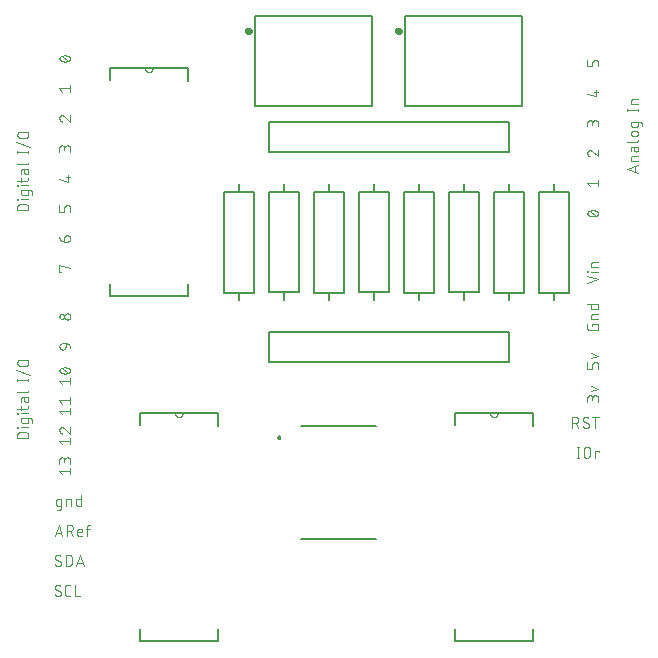
<source format=gbr>
G04 EAGLE Gerber RS-274X export*
G75*
%MOMM*%
%FSLAX34Y34*%
%LPD*%
%INSilkscreen Top*%
%IPPOS*%
%AMOC8*
5,1,8,0,0,1.08239X$1,22.5*%
G01*
G04 Define Apertures*
%ADD10C,0.200000*%
%ADD11C,0.127000*%
%ADD12C,0.152400*%
%ADD13C,0.000000*%
%ADD14C,0.076200*%
%ADD15C,0.300000*%
D10*
X223693Y317500D02*
X223695Y317563D01*
X223701Y317625D01*
X223711Y317687D01*
X223724Y317749D01*
X223742Y317809D01*
X223763Y317868D01*
X223788Y317926D01*
X223817Y317982D01*
X223849Y318036D01*
X223884Y318088D01*
X223922Y318137D01*
X223964Y318185D01*
X224008Y318229D01*
X224056Y318271D01*
X224105Y318309D01*
X224157Y318344D01*
X224211Y318376D01*
X224267Y318405D01*
X224325Y318430D01*
X224384Y318451D01*
X224444Y318469D01*
X224506Y318482D01*
X224568Y318492D01*
X224630Y318498D01*
X224693Y318500D01*
X224756Y318498D01*
X224818Y318492D01*
X224880Y318482D01*
X224942Y318469D01*
X225002Y318451D01*
X225061Y318430D01*
X225119Y318405D01*
X225175Y318376D01*
X225229Y318344D01*
X225281Y318309D01*
X225330Y318271D01*
X225378Y318229D01*
X225422Y318185D01*
X225464Y318137D01*
X225502Y318088D01*
X225537Y318036D01*
X225569Y317982D01*
X225598Y317926D01*
X225623Y317868D01*
X225644Y317809D01*
X225662Y317749D01*
X225675Y317687D01*
X225685Y317625D01*
X225691Y317563D01*
X225693Y317500D01*
X225691Y317437D01*
X225685Y317375D01*
X225675Y317313D01*
X225662Y317251D01*
X225644Y317191D01*
X225623Y317132D01*
X225598Y317074D01*
X225569Y317018D01*
X225537Y316964D01*
X225502Y316912D01*
X225464Y316863D01*
X225422Y316815D01*
X225378Y316771D01*
X225330Y316729D01*
X225281Y316691D01*
X225229Y316656D01*
X225175Y316624D01*
X225119Y316595D01*
X225061Y316570D01*
X225002Y316549D01*
X224942Y316531D01*
X224880Y316518D01*
X224818Y316508D01*
X224756Y316502D01*
X224693Y316500D01*
X224630Y316502D01*
X224568Y316508D01*
X224506Y316518D01*
X224444Y316531D01*
X224384Y316549D01*
X224325Y316570D01*
X224267Y316595D01*
X224211Y316624D01*
X224157Y316656D01*
X224105Y316691D01*
X224056Y316729D01*
X224008Y316771D01*
X223964Y316815D01*
X223922Y316863D01*
X223884Y316912D01*
X223849Y316964D01*
X223817Y317018D01*
X223788Y317074D01*
X223763Y317132D01*
X223742Y317191D01*
X223724Y317251D01*
X223711Y317313D01*
X223701Y317375D01*
X223695Y317437D01*
X223693Y317500D01*
D11*
X243293Y327350D02*
X306793Y327350D01*
X306793Y231450D02*
X243293Y231450D01*
D12*
X172720Y327152D02*
X172720Y337820D01*
X172720Y144780D02*
X106680Y144780D01*
X172720Y144780D02*
X172720Y155448D01*
X172720Y337820D02*
X142748Y337820D01*
X136652Y337820D01*
X106680Y337820D01*
X106680Y328422D01*
X106680Y155448D02*
X106680Y144780D01*
D13*
X136652Y337820D02*
X136654Y337711D01*
X136660Y337603D01*
X136669Y337494D01*
X136683Y337386D01*
X136700Y337279D01*
X136722Y337172D01*
X136747Y337066D01*
X136775Y336961D01*
X136808Y336857D01*
X136844Y336755D01*
X136884Y336654D01*
X136927Y336554D01*
X136974Y336456D01*
X137025Y336359D01*
X137079Y336265D01*
X137136Y336172D01*
X137196Y336082D01*
X137260Y335993D01*
X137327Y335907D01*
X137396Y335824D01*
X137469Y335743D01*
X137545Y335665D01*
X137623Y335589D01*
X137704Y335516D01*
X137787Y335447D01*
X137873Y335380D01*
X137962Y335316D01*
X138052Y335256D01*
X138145Y335199D01*
X138239Y335145D01*
X138336Y335094D01*
X138434Y335047D01*
X138534Y335004D01*
X138635Y334964D01*
X138737Y334928D01*
X138841Y334895D01*
X138946Y334867D01*
X139052Y334842D01*
X139159Y334820D01*
X139266Y334803D01*
X139374Y334789D01*
X139483Y334780D01*
X139591Y334774D01*
X139700Y334772D01*
X139809Y334774D01*
X139917Y334780D01*
X140026Y334789D01*
X140134Y334803D01*
X140241Y334820D01*
X140348Y334842D01*
X140454Y334867D01*
X140559Y334895D01*
X140663Y334928D01*
X140765Y334964D01*
X140866Y335004D01*
X140966Y335047D01*
X141064Y335094D01*
X141161Y335145D01*
X141255Y335199D01*
X141348Y335256D01*
X141438Y335316D01*
X141527Y335380D01*
X141613Y335447D01*
X141696Y335516D01*
X141777Y335589D01*
X141855Y335665D01*
X141931Y335743D01*
X142004Y335824D01*
X142073Y335907D01*
X142140Y335993D01*
X142204Y336082D01*
X142264Y336172D01*
X142321Y336265D01*
X142375Y336359D01*
X142426Y336456D01*
X142473Y336554D01*
X142516Y336654D01*
X142556Y336755D01*
X142592Y336857D01*
X142625Y336961D01*
X142653Y337066D01*
X142678Y337172D01*
X142700Y337279D01*
X142717Y337386D01*
X142731Y337494D01*
X142740Y337603D01*
X142746Y337711D01*
X142748Y337820D01*
D14*
X472787Y334899D02*
X472787Y325501D01*
X472787Y334899D02*
X475398Y334899D01*
X475499Y334897D01*
X475600Y334891D01*
X475701Y334881D01*
X475801Y334868D01*
X475901Y334850D01*
X476000Y334829D01*
X476098Y334803D01*
X476195Y334774D01*
X476291Y334742D01*
X476385Y334705D01*
X476478Y334665D01*
X476570Y334621D01*
X476659Y334574D01*
X476747Y334523D01*
X476833Y334469D01*
X476916Y334412D01*
X476998Y334352D01*
X477076Y334288D01*
X477153Y334222D01*
X477226Y334152D01*
X477297Y334080D01*
X477365Y334005D01*
X477430Y333927D01*
X477492Y333847D01*
X477551Y333765D01*
X477607Y333680D01*
X477659Y333593D01*
X477708Y333505D01*
X477754Y333414D01*
X477795Y333322D01*
X477834Y333228D01*
X477868Y333133D01*
X477899Y333037D01*
X477926Y332939D01*
X477950Y332841D01*
X477969Y332741D01*
X477985Y332641D01*
X477997Y332541D01*
X478005Y332440D01*
X478009Y332339D01*
X478009Y332237D01*
X478005Y332136D01*
X477997Y332035D01*
X477985Y331935D01*
X477969Y331835D01*
X477950Y331735D01*
X477926Y331637D01*
X477899Y331539D01*
X477868Y331443D01*
X477834Y331348D01*
X477795Y331254D01*
X477754Y331162D01*
X477708Y331071D01*
X477659Y330983D01*
X477607Y330896D01*
X477551Y330811D01*
X477492Y330729D01*
X477430Y330649D01*
X477365Y330571D01*
X477297Y330496D01*
X477226Y330424D01*
X477153Y330354D01*
X477076Y330288D01*
X476998Y330224D01*
X476916Y330164D01*
X476833Y330107D01*
X476747Y330053D01*
X476659Y330002D01*
X476570Y329955D01*
X476478Y329911D01*
X476385Y329871D01*
X476291Y329834D01*
X476195Y329802D01*
X476098Y329773D01*
X476000Y329747D01*
X475901Y329726D01*
X475801Y329708D01*
X475701Y329695D01*
X475600Y329685D01*
X475499Y329679D01*
X475398Y329677D01*
X475398Y329678D02*
X472787Y329678D01*
X475920Y329678D02*
X478008Y325501D01*
X484702Y325501D02*
X484791Y325503D01*
X484879Y325509D01*
X484967Y325518D01*
X485055Y325531D01*
X485142Y325548D01*
X485228Y325568D01*
X485313Y325593D01*
X485398Y325620D01*
X485481Y325652D01*
X485562Y325686D01*
X485642Y325725D01*
X485720Y325766D01*
X485797Y325811D01*
X485871Y325859D01*
X485944Y325910D01*
X486014Y325964D01*
X486081Y326022D01*
X486147Y326082D01*
X486209Y326144D01*
X486269Y326210D01*
X486327Y326277D01*
X486381Y326347D01*
X486432Y326420D01*
X486480Y326494D01*
X486525Y326571D01*
X486566Y326649D01*
X486605Y326729D01*
X486639Y326810D01*
X486671Y326893D01*
X486698Y326978D01*
X486723Y327063D01*
X486743Y327149D01*
X486760Y327236D01*
X486773Y327324D01*
X486782Y327412D01*
X486788Y327500D01*
X486790Y327589D01*
X484702Y325501D02*
X484573Y325503D01*
X484444Y325509D01*
X484315Y325518D01*
X484187Y325531D01*
X484059Y325548D01*
X483932Y325569D01*
X483805Y325593D01*
X483679Y325621D01*
X483554Y325653D01*
X483430Y325688D01*
X483307Y325727D01*
X483185Y325770D01*
X483065Y325816D01*
X482946Y325866D01*
X482828Y325919D01*
X482712Y325975D01*
X482598Y326035D01*
X482485Y326098D01*
X482375Y326165D01*
X482266Y326234D01*
X482160Y326307D01*
X482055Y326383D01*
X481953Y326462D01*
X481854Y326544D01*
X481756Y326628D01*
X481661Y326716D01*
X481569Y326806D01*
X481831Y332811D02*
X481833Y332900D01*
X481839Y332988D01*
X481848Y333076D01*
X481861Y333164D01*
X481878Y333251D01*
X481898Y333337D01*
X481923Y333422D01*
X481950Y333507D01*
X481982Y333590D01*
X482016Y333671D01*
X482055Y333751D01*
X482096Y333829D01*
X482141Y333906D01*
X482189Y333980D01*
X482240Y334053D01*
X482294Y334123D01*
X482352Y334190D01*
X482412Y334256D01*
X482474Y334318D01*
X482540Y334378D01*
X482607Y334436D01*
X482677Y334490D01*
X482750Y334541D01*
X482824Y334589D01*
X482901Y334634D01*
X482979Y334675D01*
X483059Y334714D01*
X483140Y334748D01*
X483223Y334780D01*
X483308Y334807D01*
X483393Y334832D01*
X483479Y334852D01*
X483566Y334869D01*
X483654Y334882D01*
X483742Y334891D01*
X483830Y334897D01*
X483919Y334899D01*
X484039Y334897D01*
X484159Y334892D01*
X484279Y334882D01*
X484398Y334870D01*
X484517Y334853D01*
X484635Y334833D01*
X484753Y334809D01*
X484869Y334782D01*
X484985Y334751D01*
X485100Y334717D01*
X485214Y334679D01*
X485327Y334637D01*
X485438Y334592D01*
X485548Y334544D01*
X485656Y334493D01*
X485763Y334438D01*
X485868Y334380D01*
X485971Y334318D01*
X486072Y334254D01*
X486172Y334186D01*
X486269Y334116D01*
X482874Y330984D02*
X482796Y331032D01*
X482720Y331084D01*
X482647Y331138D01*
X482576Y331196D01*
X482507Y331257D01*
X482441Y331321D01*
X482378Y331388D01*
X482318Y331457D01*
X482261Y331529D01*
X482207Y331603D01*
X482157Y331680D01*
X482109Y331759D01*
X482066Y331839D01*
X482025Y331922D01*
X481989Y332006D01*
X481956Y332091D01*
X481927Y332178D01*
X481901Y332267D01*
X481879Y332356D01*
X481862Y332446D01*
X481848Y332536D01*
X481838Y332628D01*
X481832Y332719D01*
X481830Y332811D01*
X485746Y329416D02*
X485824Y329368D01*
X485900Y329316D01*
X485973Y329262D01*
X486044Y329204D01*
X486113Y329143D01*
X486179Y329079D01*
X486242Y329012D01*
X486302Y328943D01*
X486359Y328871D01*
X486413Y328797D01*
X486463Y328720D01*
X486511Y328641D01*
X486554Y328561D01*
X486595Y328478D01*
X486631Y328394D01*
X486664Y328309D01*
X486693Y328222D01*
X486719Y328133D01*
X486741Y328044D01*
X486758Y327954D01*
X486772Y327864D01*
X486782Y327772D01*
X486788Y327681D01*
X486790Y327589D01*
X485746Y329417D02*
X482875Y330983D01*
X492409Y334899D02*
X492409Y325501D01*
X489799Y334899D02*
X495020Y334899D01*
X494919Y347904D02*
X494919Y350515D01*
X494917Y350616D01*
X494911Y350717D01*
X494901Y350818D01*
X494888Y350918D01*
X494870Y351018D01*
X494849Y351117D01*
X494823Y351215D01*
X494794Y351312D01*
X494762Y351408D01*
X494725Y351502D01*
X494685Y351595D01*
X494641Y351687D01*
X494594Y351776D01*
X494543Y351864D01*
X494489Y351950D01*
X494432Y352033D01*
X494372Y352115D01*
X494308Y352193D01*
X494242Y352270D01*
X494172Y352343D01*
X494100Y352414D01*
X494025Y352482D01*
X493947Y352547D01*
X493867Y352609D01*
X493785Y352668D01*
X493700Y352724D01*
X493614Y352776D01*
X493525Y352825D01*
X493434Y352871D01*
X493342Y352912D01*
X493248Y352951D01*
X493153Y352985D01*
X493057Y353016D01*
X492959Y353043D01*
X492861Y353067D01*
X492761Y353086D01*
X492661Y353102D01*
X492561Y353114D01*
X492460Y353122D01*
X492359Y353126D01*
X492257Y353126D01*
X492156Y353122D01*
X492055Y353114D01*
X491955Y353102D01*
X491855Y353086D01*
X491755Y353067D01*
X491657Y353043D01*
X491559Y353016D01*
X491463Y352985D01*
X491368Y352951D01*
X491274Y352912D01*
X491182Y352871D01*
X491091Y352825D01*
X491003Y352776D01*
X490916Y352724D01*
X490831Y352668D01*
X490749Y352609D01*
X490669Y352547D01*
X490591Y352482D01*
X490516Y352414D01*
X490444Y352343D01*
X490374Y352270D01*
X490308Y352193D01*
X490244Y352115D01*
X490184Y352033D01*
X490127Y351950D01*
X490073Y351864D01*
X490022Y351776D01*
X489975Y351687D01*
X489931Y351595D01*
X489891Y351502D01*
X489854Y351408D01*
X489822Y351312D01*
X489793Y351215D01*
X489767Y351117D01*
X489746Y351018D01*
X489728Y350918D01*
X489715Y350818D01*
X489705Y350717D01*
X489699Y350616D01*
X489697Y350515D01*
X485521Y351037D02*
X485521Y347904D01*
X485521Y351037D02*
X485523Y351127D01*
X485529Y351216D01*
X485538Y351306D01*
X485552Y351395D01*
X485569Y351483D01*
X485590Y351570D01*
X485615Y351657D01*
X485644Y351742D01*
X485676Y351826D01*
X485711Y351908D01*
X485751Y351989D01*
X485793Y352068D01*
X485839Y352145D01*
X485889Y352220D01*
X485941Y352293D01*
X485997Y352364D01*
X486055Y352432D01*
X486117Y352497D01*
X486181Y352560D01*
X486248Y352620D01*
X486317Y352677D01*
X486389Y352731D01*
X486463Y352782D01*
X486539Y352830D01*
X486617Y352874D01*
X486697Y352915D01*
X486779Y352953D01*
X486862Y352987D01*
X486947Y353017D01*
X487033Y353044D01*
X487119Y353067D01*
X487207Y353086D01*
X487296Y353101D01*
X487385Y353113D01*
X487474Y353121D01*
X487564Y353125D01*
X487654Y353125D01*
X487744Y353121D01*
X487833Y353113D01*
X487922Y353101D01*
X488011Y353086D01*
X488099Y353067D01*
X488185Y353044D01*
X488271Y353017D01*
X488356Y352987D01*
X488439Y352953D01*
X488521Y352915D01*
X488601Y352874D01*
X488679Y352830D01*
X488755Y352782D01*
X488829Y352731D01*
X488901Y352677D01*
X488970Y352620D01*
X489037Y352560D01*
X489101Y352497D01*
X489163Y352432D01*
X489221Y352364D01*
X489277Y352293D01*
X489329Y352220D01*
X489379Y352145D01*
X489425Y352068D01*
X489467Y351989D01*
X489507Y351908D01*
X489542Y351826D01*
X489574Y351742D01*
X489603Y351657D01*
X489628Y351570D01*
X489649Y351483D01*
X489666Y351395D01*
X489680Y351306D01*
X489689Y351216D01*
X489695Y351127D01*
X489697Y351037D01*
X489698Y351037D02*
X489698Y348948D01*
X488654Y356656D02*
X494919Y358744D01*
X488654Y360833D01*
X494919Y375844D02*
X494919Y378977D01*
X494917Y379066D01*
X494911Y379154D01*
X494902Y379242D01*
X494889Y379330D01*
X494872Y379417D01*
X494852Y379503D01*
X494827Y379588D01*
X494800Y379673D01*
X494768Y379756D01*
X494734Y379837D01*
X494695Y379917D01*
X494654Y379995D01*
X494609Y380072D01*
X494561Y380146D01*
X494510Y380219D01*
X494456Y380289D01*
X494398Y380356D01*
X494338Y380422D01*
X494276Y380484D01*
X494210Y380544D01*
X494143Y380602D01*
X494073Y380656D01*
X494000Y380707D01*
X493926Y380755D01*
X493849Y380800D01*
X493771Y380841D01*
X493691Y380880D01*
X493610Y380914D01*
X493527Y380946D01*
X493442Y380973D01*
X493357Y380998D01*
X493271Y381018D01*
X493184Y381035D01*
X493096Y381048D01*
X493008Y381057D01*
X492920Y381063D01*
X492831Y381065D01*
X491786Y381065D01*
X491697Y381063D01*
X491609Y381057D01*
X491521Y381048D01*
X491433Y381035D01*
X491346Y381018D01*
X491260Y380998D01*
X491175Y380973D01*
X491090Y380946D01*
X491007Y380914D01*
X490926Y380880D01*
X490846Y380841D01*
X490768Y380800D01*
X490691Y380755D01*
X490617Y380707D01*
X490544Y380656D01*
X490474Y380602D01*
X490407Y380544D01*
X490341Y380484D01*
X490279Y380422D01*
X490219Y380356D01*
X490161Y380289D01*
X490107Y380219D01*
X490056Y380146D01*
X490008Y380072D01*
X489963Y379995D01*
X489922Y379917D01*
X489883Y379837D01*
X489849Y379756D01*
X489817Y379673D01*
X489790Y379588D01*
X489765Y379503D01*
X489745Y379417D01*
X489728Y379330D01*
X489715Y379242D01*
X489706Y379154D01*
X489700Y379066D01*
X489698Y378977D01*
X489698Y375844D01*
X485521Y375844D01*
X485521Y381065D01*
X488654Y384596D02*
X494919Y386684D01*
X488654Y388773D01*
X489698Y411807D02*
X489698Y413373D01*
X494919Y413373D01*
X494919Y410240D01*
X494917Y410151D01*
X494911Y410063D01*
X494902Y409975D01*
X494889Y409887D01*
X494872Y409800D01*
X494852Y409714D01*
X494827Y409629D01*
X494800Y409544D01*
X494768Y409461D01*
X494734Y409380D01*
X494695Y409300D01*
X494654Y409222D01*
X494609Y409145D01*
X494561Y409071D01*
X494510Y408998D01*
X494456Y408928D01*
X494398Y408861D01*
X494338Y408795D01*
X494276Y408733D01*
X494210Y408673D01*
X494143Y408615D01*
X494073Y408561D01*
X494000Y408510D01*
X493926Y408462D01*
X493849Y408417D01*
X493771Y408376D01*
X493691Y408337D01*
X493610Y408303D01*
X493527Y408271D01*
X493442Y408244D01*
X493357Y408219D01*
X493271Y408199D01*
X493184Y408182D01*
X493096Y408169D01*
X493008Y408160D01*
X492920Y408154D01*
X492831Y408152D01*
X487609Y408152D01*
X487518Y408154D01*
X487427Y408160D01*
X487336Y408170D01*
X487246Y408184D01*
X487157Y408202D01*
X487068Y408223D01*
X486981Y408249D01*
X486895Y408278D01*
X486810Y408311D01*
X486726Y408348D01*
X486644Y408388D01*
X486565Y408432D01*
X486487Y408479D01*
X486411Y408530D01*
X486337Y408584D01*
X486266Y408641D01*
X486198Y408701D01*
X486132Y408764D01*
X486069Y408830D01*
X486009Y408898D01*
X485952Y408969D01*
X485898Y409043D01*
X485847Y409119D01*
X485800Y409196D01*
X485756Y409276D01*
X485716Y409358D01*
X485679Y409442D01*
X485646Y409526D01*
X485617Y409613D01*
X485591Y409700D01*
X485570Y409789D01*
X485552Y409878D01*
X485538Y409968D01*
X485528Y410059D01*
X485522Y410150D01*
X485520Y410241D01*
X485521Y410240D02*
X485521Y413373D01*
X488654Y417818D02*
X494919Y417818D01*
X488654Y417818D02*
X488654Y420429D01*
X488656Y420506D01*
X488662Y420582D01*
X488671Y420659D01*
X488684Y420735D01*
X488701Y420810D01*
X488721Y420884D01*
X488746Y420957D01*
X488773Y421028D01*
X488804Y421099D01*
X488839Y421167D01*
X488877Y421234D01*
X488918Y421299D01*
X488962Y421362D01*
X489009Y421422D01*
X489060Y421481D01*
X489113Y421536D01*
X489168Y421589D01*
X489227Y421640D01*
X489287Y421687D01*
X489350Y421731D01*
X489415Y421772D01*
X489482Y421810D01*
X489550Y421845D01*
X489621Y421876D01*
X489692Y421903D01*
X489765Y421928D01*
X489839Y421948D01*
X489914Y421965D01*
X489990Y421978D01*
X490066Y421987D01*
X490143Y421993D01*
X490220Y421995D01*
X494919Y421995D01*
X494919Y430179D02*
X485521Y430179D01*
X494919Y430179D02*
X494919Y427568D01*
X494917Y427491D01*
X494911Y427415D01*
X494902Y427338D01*
X494889Y427262D01*
X494872Y427187D01*
X494852Y427113D01*
X494827Y427040D01*
X494800Y426969D01*
X494769Y426898D01*
X494734Y426830D01*
X494696Y426763D01*
X494655Y426698D01*
X494611Y426635D01*
X494564Y426575D01*
X494513Y426516D01*
X494460Y426461D01*
X494405Y426408D01*
X494346Y426357D01*
X494286Y426310D01*
X494223Y426266D01*
X494158Y426225D01*
X494091Y426187D01*
X494023Y426152D01*
X493952Y426121D01*
X493881Y426094D01*
X493808Y426069D01*
X493734Y426049D01*
X493659Y426032D01*
X493583Y426019D01*
X493506Y426010D01*
X493430Y426004D01*
X493353Y426002D01*
X490220Y426002D01*
X490143Y426004D01*
X490067Y426010D01*
X489990Y426019D01*
X489914Y426032D01*
X489839Y426049D01*
X489765Y426069D01*
X489692Y426094D01*
X489621Y426121D01*
X489550Y426152D01*
X489482Y426187D01*
X489415Y426225D01*
X489350Y426266D01*
X489287Y426310D01*
X489227Y426357D01*
X489168Y426408D01*
X489113Y426461D01*
X489060Y426516D01*
X489009Y426575D01*
X488962Y426635D01*
X488918Y426698D01*
X488877Y426763D01*
X488839Y426830D01*
X488804Y426898D01*
X488773Y426969D01*
X488746Y427040D01*
X488721Y427113D01*
X488701Y427187D01*
X488684Y427262D01*
X488671Y427338D01*
X488662Y427415D01*
X488656Y427491D01*
X488654Y427568D01*
X488654Y430179D01*
X485521Y448234D02*
X494919Y451367D01*
X485521Y454499D01*
X488654Y457767D02*
X494919Y457767D01*
X486043Y457506D02*
X485521Y457506D01*
X485521Y458028D01*
X486043Y458028D01*
X486043Y457506D01*
X488654Y461775D02*
X494919Y461775D01*
X488654Y461775D02*
X488654Y464386D01*
X488656Y464463D01*
X488662Y464539D01*
X488671Y464616D01*
X488684Y464692D01*
X488701Y464767D01*
X488721Y464841D01*
X488746Y464914D01*
X488773Y464985D01*
X488804Y465056D01*
X488839Y465124D01*
X488877Y465191D01*
X488918Y465256D01*
X488962Y465319D01*
X489009Y465379D01*
X489060Y465438D01*
X489113Y465493D01*
X489168Y465546D01*
X489227Y465597D01*
X489287Y465644D01*
X489350Y465688D01*
X489415Y465729D01*
X489482Y465767D01*
X489550Y465802D01*
X489621Y465833D01*
X489692Y465860D01*
X489765Y465885D01*
X489839Y465905D01*
X489914Y465922D01*
X489990Y465935D01*
X490066Y465944D01*
X490143Y465950D01*
X490220Y465952D01*
X494919Y465952D01*
X518998Y544635D02*
X528396Y541502D01*
X528396Y547767D02*
X518998Y544635D01*
X526047Y546984D02*
X526047Y542285D01*
X528396Y551385D02*
X522131Y551385D01*
X522131Y553996D01*
X522133Y554073D01*
X522139Y554149D01*
X522148Y554226D01*
X522161Y554302D01*
X522178Y554377D01*
X522198Y554451D01*
X522223Y554524D01*
X522250Y554595D01*
X522281Y554666D01*
X522316Y554734D01*
X522354Y554801D01*
X522395Y554866D01*
X522439Y554929D01*
X522486Y554989D01*
X522537Y555048D01*
X522590Y555103D01*
X522645Y555156D01*
X522704Y555207D01*
X522764Y555254D01*
X522827Y555298D01*
X522892Y555339D01*
X522959Y555377D01*
X523027Y555412D01*
X523098Y555443D01*
X523169Y555470D01*
X523242Y555495D01*
X523316Y555515D01*
X523391Y555532D01*
X523467Y555545D01*
X523543Y555554D01*
X523620Y555560D01*
X523697Y555562D01*
X528396Y555562D01*
X524741Y561397D02*
X524741Y563746D01*
X524742Y561397D02*
X524744Y561313D01*
X524750Y561228D01*
X524760Y561145D01*
X524773Y561061D01*
X524791Y560979D01*
X524812Y560897D01*
X524837Y560816D01*
X524865Y560737D01*
X524898Y560659D01*
X524934Y560583D01*
X524973Y560508D01*
X525016Y560435D01*
X525062Y560364D01*
X525111Y560296D01*
X525163Y560230D01*
X525219Y560166D01*
X525277Y560105D01*
X525338Y560047D01*
X525402Y559991D01*
X525468Y559939D01*
X525536Y559890D01*
X525607Y559844D01*
X525680Y559801D01*
X525755Y559762D01*
X525831Y559726D01*
X525909Y559693D01*
X525988Y559665D01*
X526069Y559640D01*
X526151Y559619D01*
X526233Y559601D01*
X526317Y559588D01*
X526400Y559578D01*
X526485Y559572D01*
X526569Y559570D01*
X526653Y559572D01*
X526738Y559578D01*
X526821Y559588D01*
X526905Y559601D01*
X526987Y559619D01*
X527069Y559640D01*
X527150Y559665D01*
X527229Y559693D01*
X527307Y559726D01*
X527383Y559762D01*
X527458Y559801D01*
X527531Y559844D01*
X527602Y559890D01*
X527670Y559939D01*
X527736Y559991D01*
X527800Y560047D01*
X527861Y560105D01*
X527919Y560166D01*
X527975Y560230D01*
X528027Y560296D01*
X528076Y560364D01*
X528122Y560435D01*
X528165Y560508D01*
X528204Y560583D01*
X528240Y560659D01*
X528273Y560737D01*
X528301Y560816D01*
X528326Y560897D01*
X528347Y560979D01*
X528365Y561061D01*
X528378Y561145D01*
X528388Y561228D01*
X528394Y561313D01*
X528396Y561397D01*
X528396Y563746D01*
X523697Y563746D01*
X523620Y563744D01*
X523544Y563738D01*
X523467Y563729D01*
X523391Y563716D01*
X523316Y563699D01*
X523242Y563679D01*
X523169Y563654D01*
X523098Y563627D01*
X523027Y563596D01*
X522959Y563561D01*
X522892Y563523D01*
X522827Y563482D01*
X522764Y563438D01*
X522704Y563391D01*
X522645Y563340D01*
X522590Y563287D01*
X522537Y563232D01*
X522486Y563173D01*
X522439Y563113D01*
X522395Y563050D01*
X522354Y562985D01*
X522316Y562918D01*
X522281Y562850D01*
X522250Y562779D01*
X522223Y562708D01*
X522198Y562635D01*
X522178Y562561D01*
X522161Y562486D01*
X522148Y562410D01*
X522139Y562333D01*
X522133Y562257D01*
X522131Y562180D01*
X522131Y560091D01*
X518998Y567970D02*
X526830Y567970D01*
X526907Y567972D01*
X526983Y567978D01*
X527060Y567987D01*
X527136Y568000D01*
X527211Y568017D01*
X527285Y568037D01*
X527358Y568062D01*
X527429Y568089D01*
X527500Y568120D01*
X527568Y568155D01*
X527635Y568193D01*
X527700Y568234D01*
X527763Y568278D01*
X527823Y568325D01*
X527882Y568376D01*
X527937Y568429D01*
X527990Y568484D01*
X528041Y568543D01*
X528088Y568603D01*
X528132Y568666D01*
X528173Y568731D01*
X528211Y568798D01*
X528246Y568866D01*
X528277Y568937D01*
X528304Y569008D01*
X528329Y569081D01*
X528349Y569155D01*
X528366Y569230D01*
X528379Y569306D01*
X528388Y569383D01*
X528394Y569459D01*
X528396Y569536D01*
X526308Y572721D02*
X524219Y572721D01*
X524219Y572722D02*
X524129Y572724D01*
X524040Y572730D01*
X523950Y572739D01*
X523861Y572753D01*
X523773Y572770D01*
X523686Y572791D01*
X523599Y572816D01*
X523514Y572845D01*
X523430Y572877D01*
X523348Y572912D01*
X523267Y572952D01*
X523188Y572994D01*
X523111Y573040D01*
X523036Y573090D01*
X522963Y573142D01*
X522892Y573198D01*
X522824Y573256D01*
X522759Y573318D01*
X522696Y573382D01*
X522636Y573449D01*
X522579Y573518D01*
X522525Y573590D01*
X522474Y573664D01*
X522426Y573740D01*
X522382Y573818D01*
X522341Y573898D01*
X522303Y573980D01*
X522269Y574063D01*
X522239Y574148D01*
X522212Y574234D01*
X522189Y574320D01*
X522170Y574408D01*
X522155Y574497D01*
X522143Y574586D01*
X522135Y574675D01*
X522131Y574765D01*
X522131Y574855D01*
X522135Y574945D01*
X522143Y575034D01*
X522155Y575123D01*
X522170Y575212D01*
X522189Y575300D01*
X522212Y575386D01*
X522239Y575472D01*
X522269Y575557D01*
X522303Y575640D01*
X522341Y575722D01*
X522382Y575802D01*
X522426Y575880D01*
X522474Y575956D01*
X522525Y576030D01*
X522579Y576102D01*
X522636Y576171D01*
X522696Y576238D01*
X522759Y576302D01*
X522824Y576364D01*
X522892Y576422D01*
X522963Y576478D01*
X523036Y576530D01*
X523111Y576580D01*
X523188Y576626D01*
X523267Y576668D01*
X523348Y576708D01*
X523430Y576743D01*
X523514Y576775D01*
X523599Y576804D01*
X523686Y576829D01*
X523773Y576850D01*
X523861Y576867D01*
X523950Y576881D01*
X524040Y576890D01*
X524129Y576896D01*
X524219Y576898D01*
X526308Y576898D01*
X526398Y576896D01*
X526487Y576890D01*
X526577Y576881D01*
X526666Y576867D01*
X526754Y576850D01*
X526841Y576829D01*
X526928Y576804D01*
X527013Y576775D01*
X527097Y576743D01*
X527179Y576708D01*
X527260Y576668D01*
X527339Y576626D01*
X527416Y576580D01*
X527491Y576530D01*
X527564Y576478D01*
X527635Y576422D01*
X527703Y576364D01*
X527768Y576302D01*
X527831Y576238D01*
X527891Y576171D01*
X527948Y576102D01*
X528002Y576030D01*
X528053Y575956D01*
X528101Y575880D01*
X528145Y575802D01*
X528186Y575722D01*
X528224Y575640D01*
X528258Y575557D01*
X528288Y575472D01*
X528315Y575386D01*
X528338Y575300D01*
X528357Y575212D01*
X528372Y575123D01*
X528384Y575034D01*
X528392Y574945D01*
X528396Y574855D01*
X528396Y574765D01*
X528392Y574675D01*
X528384Y574586D01*
X528372Y574497D01*
X528357Y574408D01*
X528338Y574320D01*
X528315Y574234D01*
X528288Y574148D01*
X528258Y574063D01*
X528224Y573980D01*
X528186Y573898D01*
X528145Y573818D01*
X528101Y573740D01*
X528053Y573664D01*
X528002Y573590D01*
X527948Y573518D01*
X527891Y573449D01*
X527831Y573382D01*
X527768Y573318D01*
X527703Y573256D01*
X527635Y573198D01*
X527564Y573142D01*
X527491Y573090D01*
X527416Y573040D01*
X527339Y572994D01*
X527260Y572952D01*
X527179Y572912D01*
X527097Y572877D01*
X527013Y572845D01*
X526928Y572816D01*
X526841Y572791D01*
X526754Y572770D01*
X526666Y572753D01*
X526577Y572739D01*
X526487Y572730D01*
X526398Y572724D01*
X526308Y572722D01*
X528396Y582167D02*
X528396Y584777D01*
X528396Y582167D02*
X528394Y582090D01*
X528388Y582014D01*
X528379Y581937D01*
X528366Y581861D01*
X528349Y581786D01*
X528329Y581712D01*
X528304Y581639D01*
X528277Y581568D01*
X528246Y581497D01*
X528211Y581429D01*
X528173Y581362D01*
X528132Y581297D01*
X528088Y581234D01*
X528041Y581174D01*
X527990Y581115D01*
X527937Y581060D01*
X527882Y581007D01*
X527823Y580956D01*
X527763Y580909D01*
X527700Y580865D01*
X527635Y580824D01*
X527568Y580786D01*
X527500Y580751D01*
X527429Y580720D01*
X527358Y580693D01*
X527285Y580668D01*
X527211Y580648D01*
X527136Y580631D01*
X527060Y580618D01*
X526983Y580609D01*
X526907Y580603D01*
X526830Y580601D01*
X526830Y580600D02*
X523697Y580600D01*
X523697Y580601D02*
X523620Y580603D01*
X523544Y580609D01*
X523467Y580618D01*
X523391Y580631D01*
X523316Y580648D01*
X523242Y580668D01*
X523169Y580693D01*
X523098Y580720D01*
X523027Y580751D01*
X522959Y580786D01*
X522892Y580824D01*
X522827Y580865D01*
X522764Y580909D01*
X522704Y580956D01*
X522645Y581007D01*
X522590Y581060D01*
X522537Y581115D01*
X522486Y581174D01*
X522439Y581234D01*
X522395Y581297D01*
X522354Y581362D01*
X522316Y581429D01*
X522281Y581497D01*
X522250Y581568D01*
X522223Y581639D01*
X522198Y581712D01*
X522178Y581786D01*
X522161Y581861D01*
X522148Y581937D01*
X522139Y582014D01*
X522133Y582090D01*
X522131Y582167D01*
X522131Y584777D01*
X529962Y584777D01*
X530039Y584775D01*
X530115Y584769D01*
X530192Y584760D01*
X530268Y584747D01*
X530343Y584730D01*
X530417Y584710D01*
X530490Y584685D01*
X530561Y584658D01*
X530632Y584627D01*
X530700Y584592D01*
X530767Y584554D01*
X530832Y584513D01*
X530895Y584469D01*
X530955Y584422D01*
X531014Y584371D01*
X531069Y584318D01*
X531122Y584263D01*
X531173Y584204D01*
X531220Y584144D01*
X531264Y584081D01*
X531305Y584016D01*
X531343Y583949D01*
X531378Y583881D01*
X531409Y583810D01*
X531436Y583739D01*
X531461Y583666D01*
X531481Y583592D01*
X531498Y583517D01*
X531511Y583441D01*
X531520Y583364D01*
X531526Y583288D01*
X531528Y583211D01*
X531529Y583211D02*
X531529Y581122D01*
X528396Y594622D02*
X518998Y594622D01*
X528396Y593577D02*
X528396Y595666D01*
X518998Y595666D02*
X518998Y593577D01*
X522131Y599543D02*
X528396Y599543D01*
X522131Y599543D02*
X522131Y602154D01*
X522133Y602231D01*
X522139Y602307D01*
X522148Y602384D01*
X522161Y602460D01*
X522178Y602535D01*
X522198Y602609D01*
X522223Y602682D01*
X522250Y602753D01*
X522281Y602824D01*
X522316Y602892D01*
X522354Y602959D01*
X522395Y603024D01*
X522439Y603087D01*
X522486Y603147D01*
X522537Y603206D01*
X522590Y603261D01*
X522645Y603314D01*
X522704Y603365D01*
X522764Y603412D01*
X522827Y603456D01*
X522892Y603497D01*
X522959Y603535D01*
X523027Y603570D01*
X523098Y603601D01*
X523169Y603628D01*
X523242Y603653D01*
X523316Y603673D01*
X523391Y603690D01*
X523467Y603703D01*
X523543Y603712D01*
X523620Y603718D01*
X523697Y603720D01*
X528396Y603720D01*
X490220Y504571D02*
X490035Y504573D01*
X489850Y504580D01*
X489666Y504591D01*
X489482Y504606D01*
X489298Y504626D01*
X489114Y504650D01*
X488932Y504679D01*
X488750Y504712D01*
X488569Y504749D01*
X488389Y504791D01*
X488209Y504837D01*
X488031Y504887D01*
X487855Y504941D01*
X487679Y505000D01*
X487505Y505062D01*
X487333Y505129D01*
X487162Y505200D01*
X486993Y505275D01*
X486826Y505354D01*
X486746Y505384D01*
X486667Y505417D01*
X486590Y505454D01*
X486514Y505494D01*
X486440Y505537D01*
X486368Y505583D01*
X486299Y505633D01*
X486231Y505685D01*
X486166Y505741D01*
X486103Y505799D01*
X486044Y505861D01*
X485986Y505924D01*
X485932Y505991D01*
X485881Y506059D01*
X485833Y506130D01*
X485788Y506203D01*
X485746Y506277D01*
X485708Y506354D01*
X485673Y506432D01*
X485641Y506511D01*
X485613Y506592D01*
X485589Y506674D01*
X485568Y506758D01*
X485551Y506841D01*
X485538Y506926D01*
X485529Y507011D01*
X485523Y507096D01*
X485521Y507182D01*
X485523Y507268D01*
X485529Y507353D01*
X485538Y507438D01*
X485551Y507523D01*
X485568Y507606D01*
X485589Y507690D01*
X485613Y507772D01*
X485641Y507853D01*
X485673Y507932D01*
X485708Y508010D01*
X485746Y508087D01*
X485788Y508161D01*
X485833Y508234D01*
X485881Y508305D01*
X485932Y508373D01*
X485986Y508440D01*
X486044Y508503D01*
X486103Y508565D01*
X486166Y508623D01*
X486231Y508679D01*
X486299Y508731D01*
X486368Y508781D01*
X486440Y508827D01*
X486514Y508870D01*
X486590Y508910D01*
X486667Y508947D01*
X486746Y508980D01*
X486826Y509010D01*
X486826Y509009D02*
X486993Y509088D01*
X487162Y509163D01*
X487333Y509234D01*
X487505Y509301D01*
X487679Y509363D01*
X487855Y509422D01*
X488031Y509476D01*
X488209Y509526D01*
X488389Y509572D01*
X488569Y509614D01*
X488750Y509651D01*
X488932Y509684D01*
X489114Y509713D01*
X489298Y509737D01*
X489482Y509757D01*
X489666Y509772D01*
X489850Y509783D01*
X490035Y509790D01*
X490220Y509792D01*
X490220Y504571D02*
X490405Y504573D01*
X490590Y504580D01*
X490774Y504591D01*
X490958Y504606D01*
X491142Y504626D01*
X491326Y504650D01*
X491508Y504679D01*
X491690Y504712D01*
X491871Y504749D01*
X492051Y504791D01*
X492231Y504837D01*
X492409Y504887D01*
X492585Y504941D01*
X492761Y505000D01*
X492935Y505062D01*
X493107Y505129D01*
X493278Y505200D01*
X493447Y505275D01*
X493614Y505354D01*
X493694Y505384D01*
X493773Y505417D01*
X493850Y505454D01*
X493926Y505494D01*
X494000Y505537D01*
X494072Y505583D01*
X494141Y505633D01*
X494209Y505686D01*
X494274Y505741D01*
X494337Y505800D01*
X494396Y505861D01*
X494454Y505924D01*
X494508Y505991D01*
X494559Y506059D01*
X494607Y506130D01*
X494652Y506203D01*
X494694Y506277D01*
X494732Y506354D01*
X494767Y506432D01*
X494799Y506511D01*
X494827Y506592D01*
X494851Y506674D01*
X494872Y506758D01*
X494889Y506841D01*
X494902Y506926D01*
X494911Y507011D01*
X494917Y507096D01*
X494919Y507182D01*
X493614Y509009D02*
X493447Y509088D01*
X493278Y509163D01*
X493107Y509234D01*
X492935Y509301D01*
X492761Y509363D01*
X492585Y509422D01*
X492409Y509476D01*
X492231Y509526D01*
X492051Y509572D01*
X491871Y509614D01*
X491690Y509651D01*
X491508Y509684D01*
X491326Y509713D01*
X491142Y509737D01*
X490958Y509757D01*
X490774Y509772D01*
X490590Y509783D01*
X490405Y509790D01*
X490220Y509792D01*
X493614Y509010D02*
X493694Y508980D01*
X493773Y508947D01*
X493850Y508910D01*
X493926Y508870D01*
X494000Y508827D01*
X494072Y508781D01*
X494141Y508731D01*
X494209Y508679D01*
X494274Y508623D01*
X494337Y508565D01*
X494396Y508503D01*
X494454Y508440D01*
X494508Y508373D01*
X494559Y508305D01*
X494607Y508234D01*
X494652Y508161D01*
X494694Y508087D01*
X494732Y508010D01*
X494767Y507932D01*
X494799Y507853D01*
X494827Y507772D01*
X494851Y507690D01*
X494872Y507606D01*
X494889Y507523D01*
X494902Y507438D01*
X494911Y507353D01*
X494917Y507268D01*
X494919Y507182D01*
X492831Y505093D02*
X487609Y509270D01*
X487609Y529971D02*
X485521Y532582D01*
X494919Y532582D01*
X494919Y535192D02*
X494919Y529971D01*
X485521Y558243D02*
X485523Y558338D01*
X485529Y558432D01*
X485538Y558526D01*
X485551Y558620D01*
X485568Y558713D01*
X485589Y558805D01*
X485614Y558897D01*
X485642Y558987D01*
X485674Y559076D01*
X485709Y559164D01*
X485748Y559250D01*
X485790Y559335D01*
X485836Y559418D01*
X485885Y559499D01*
X485937Y559578D01*
X485992Y559655D01*
X486051Y559729D01*
X486112Y559801D01*
X486176Y559871D01*
X486243Y559938D01*
X486313Y560002D01*
X486385Y560063D01*
X486459Y560122D01*
X486536Y560177D01*
X486615Y560229D01*
X486696Y560278D01*
X486779Y560324D01*
X486864Y560366D01*
X486950Y560405D01*
X487038Y560440D01*
X487127Y560472D01*
X487217Y560500D01*
X487309Y560525D01*
X487401Y560546D01*
X487494Y560563D01*
X487588Y560576D01*
X487682Y560585D01*
X487776Y560591D01*
X487871Y560593D01*
X485521Y558243D02*
X485523Y558135D01*
X485529Y558026D01*
X485539Y557918D01*
X485552Y557811D01*
X485570Y557704D01*
X485591Y557597D01*
X485616Y557492D01*
X485645Y557387D01*
X485677Y557284D01*
X485714Y557182D01*
X485754Y557081D01*
X485797Y556982D01*
X485844Y556884D01*
X485895Y556788D01*
X485949Y556694D01*
X486006Y556602D01*
X486067Y556512D01*
X486131Y556424D01*
X486197Y556339D01*
X486267Y556256D01*
X486340Y556176D01*
X486416Y556098D01*
X486494Y556023D01*
X486575Y555951D01*
X486659Y555882D01*
X486745Y555816D01*
X486833Y555753D01*
X486924Y555694D01*
X487016Y555637D01*
X487111Y555584D01*
X487208Y555535D01*
X487306Y555489D01*
X487405Y555446D01*
X487507Y555407D01*
X487609Y555372D01*
X489699Y559810D02*
X489630Y559879D01*
X489559Y559945D01*
X489486Y560009D01*
X489410Y560070D01*
X489331Y560128D01*
X489251Y560182D01*
X489168Y560234D01*
X489084Y560282D01*
X488998Y560328D01*
X488910Y560369D01*
X488820Y560408D01*
X488729Y560443D01*
X488637Y560474D01*
X488544Y560502D01*
X488450Y560526D01*
X488355Y560546D01*
X488259Y560563D01*
X488162Y560576D01*
X488065Y560585D01*
X487968Y560591D01*
X487871Y560593D01*
X489698Y559809D02*
X494919Y555371D01*
X494919Y560592D01*
X494919Y580771D02*
X494919Y583382D01*
X494917Y583483D01*
X494911Y583584D01*
X494901Y583685D01*
X494888Y583785D01*
X494870Y583885D01*
X494849Y583984D01*
X494823Y584082D01*
X494794Y584179D01*
X494762Y584275D01*
X494725Y584369D01*
X494685Y584462D01*
X494641Y584554D01*
X494594Y584643D01*
X494543Y584731D01*
X494489Y584817D01*
X494432Y584900D01*
X494372Y584982D01*
X494308Y585060D01*
X494242Y585137D01*
X494172Y585210D01*
X494100Y585281D01*
X494025Y585349D01*
X493947Y585414D01*
X493867Y585476D01*
X493785Y585535D01*
X493700Y585591D01*
X493614Y585643D01*
X493525Y585692D01*
X493434Y585738D01*
X493342Y585779D01*
X493248Y585818D01*
X493153Y585852D01*
X493057Y585883D01*
X492959Y585910D01*
X492861Y585934D01*
X492761Y585953D01*
X492661Y585969D01*
X492561Y585981D01*
X492460Y585989D01*
X492359Y585993D01*
X492257Y585993D01*
X492156Y585989D01*
X492055Y585981D01*
X491955Y585969D01*
X491855Y585953D01*
X491755Y585934D01*
X491657Y585910D01*
X491559Y585883D01*
X491463Y585852D01*
X491368Y585818D01*
X491274Y585779D01*
X491182Y585738D01*
X491091Y585692D01*
X491003Y585643D01*
X490916Y585591D01*
X490831Y585535D01*
X490749Y585476D01*
X490669Y585414D01*
X490591Y585349D01*
X490516Y585281D01*
X490444Y585210D01*
X490374Y585137D01*
X490308Y585060D01*
X490244Y584982D01*
X490184Y584900D01*
X490127Y584817D01*
X490073Y584731D01*
X490022Y584643D01*
X489975Y584554D01*
X489931Y584462D01*
X489891Y584369D01*
X489854Y584275D01*
X489822Y584179D01*
X489793Y584082D01*
X489767Y583984D01*
X489746Y583885D01*
X489728Y583785D01*
X489715Y583685D01*
X489705Y583584D01*
X489699Y583483D01*
X489697Y583382D01*
X485521Y583904D02*
X485521Y580771D01*
X485521Y583904D02*
X485523Y583994D01*
X485529Y584083D01*
X485538Y584173D01*
X485552Y584262D01*
X485569Y584350D01*
X485590Y584437D01*
X485615Y584524D01*
X485644Y584609D01*
X485676Y584693D01*
X485711Y584775D01*
X485751Y584856D01*
X485793Y584935D01*
X485839Y585012D01*
X485889Y585087D01*
X485941Y585160D01*
X485997Y585231D01*
X486055Y585299D01*
X486117Y585364D01*
X486181Y585427D01*
X486248Y585487D01*
X486317Y585544D01*
X486389Y585598D01*
X486463Y585649D01*
X486539Y585697D01*
X486617Y585741D01*
X486697Y585782D01*
X486779Y585820D01*
X486862Y585854D01*
X486947Y585884D01*
X487033Y585911D01*
X487119Y585934D01*
X487207Y585953D01*
X487296Y585968D01*
X487385Y585980D01*
X487474Y585988D01*
X487564Y585992D01*
X487654Y585992D01*
X487744Y585988D01*
X487833Y585980D01*
X487922Y585968D01*
X488011Y585953D01*
X488099Y585934D01*
X488185Y585911D01*
X488271Y585884D01*
X488356Y585854D01*
X488439Y585820D01*
X488521Y585782D01*
X488601Y585741D01*
X488679Y585697D01*
X488755Y585649D01*
X488829Y585598D01*
X488901Y585544D01*
X488970Y585487D01*
X489037Y585427D01*
X489101Y585364D01*
X489163Y585299D01*
X489221Y585231D01*
X489277Y585160D01*
X489329Y585087D01*
X489379Y585012D01*
X489425Y584935D01*
X489467Y584856D01*
X489507Y584775D01*
X489542Y584693D01*
X489574Y584609D01*
X489603Y584524D01*
X489628Y584437D01*
X489649Y584350D01*
X489666Y584262D01*
X489680Y584173D01*
X489689Y584083D01*
X489695Y583994D01*
X489697Y583904D01*
X489698Y583904D02*
X489698Y581815D01*
X492831Y606171D02*
X485521Y608259D01*
X492831Y606171D02*
X492831Y611392D01*
X490742Y609826D02*
X494919Y609826D01*
X494919Y631571D02*
X494919Y634704D01*
X494917Y634793D01*
X494911Y634881D01*
X494902Y634969D01*
X494889Y635057D01*
X494872Y635144D01*
X494852Y635230D01*
X494827Y635315D01*
X494800Y635400D01*
X494768Y635483D01*
X494734Y635564D01*
X494695Y635644D01*
X494654Y635722D01*
X494609Y635799D01*
X494561Y635873D01*
X494510Y635946D01*
X494456Y636016D01*
X494398Y636083D01*
X494338Y636149D01*
X494276Y636211D01*
X494210Y636271D01*
X494143Y636329D01*
X494073Y636383D01*
X494000Y636434D01*
X493926Y636482D01*
X493849Y636527D01*
X493771Y636568D01*
X493691Y636607D01*
X493610Y636641D01*
X493527Y636673D01*
X493442Y636700D01*
X493357Y636725D01*
X493271Y636745D01*
X493184Y636762D01*
X493096Y636775D01*
X493008Y636784D01*
X492920Y636790D01*
X492831Y636792D01*
X491786Y636792D01*
X491697Y636790D01*
X491609Y636784D01*
X491521Y636775D01*
X491433Y636762D01*
X491346Y636745D01*
X491260Y636725D01*
X491175Y636700D01*
X491090Y636673D01*
X491007Y636641D01*
X490926Y636607D01*
X490846Y636568D01*
X490768Y636527D01*
X490691Y636482D01*
X490617Y636434D01*
X490544Y636383D01*
X490474Y636329D01*
X490407Y636271D01*
X490341Y636211D01*
X490279Y636149D01*
X490219Y636083D01*
X490161Y636016D01*
X490107Y635946D01*
X490056Y635873D01*
X490008Y635799D01*
X489963Y635722D01*
X489922Y635644D01*
X489883Y635564D01*
X489849Y635483D01*
X489817Y635400D01*
X489790Y635315D01*
X489765Y635230D01*
X489745Y635144D01*
X489728Y635057D01*
X489715Y634969D01*
X489706Y634881D01*
X489700Y634793D01*
X489698Y634704D01*
X489698Y631571D01*
X485521Y631571D01*
X485521Y636792D01*
X37804Y243459D02*
X34671Y234061D01*
X40936Y234061D02*
X37804Y243459D01*
X40153Y236411D02*
X35454Y236411D01*
X44699Y234061D02*
X44699Y243459D01*
X47309Y243459D01*
X47410Y243457D01*
X47511Y243451D01*
X47612Y243441D01*
X47712Y243428D01*
X47812Y243410D01*
X47911Y243389D01*
X48009Y243363D01*
X48106Y243334D01*
X48202Y243302D01*
X48296Y243265D01*
X48389Y243225D01*
X48481Y243181D01*
X48570Y243134D01*
X48658Y243083D01*
X48744Y243029D01*
X48827Y242972D01*
X48909Y242912D01*
X48987Y242848D01*
X49064Y242782D01*
X49137Y242712D01*
X49208Y242640D01*
X49276Y242565D01*
X49341Y242487D01*
X49403Y242407D01*
X49462Y242325D01*
X49518Y242240D01*
X49570Y242153D01*
X49619Y242065D01*
X49665Y241974D01*
X49706Y241882D01*
X49745Y241788D01*
X49779Y241693D01*
X49810Y241597D01*
X49837Y241499D01*
X49861Y241401D01*
X49880Y241301D01*
X49896Y241201D01*
X49908Y241101D01*
X49916Y241000D01*
X49920Y240899D01*
X49920Y240797D01*
X49916Y240696D01*
X49908Y240595D01*
X49896Y240495D01*
X49880Y240395D01*
X49861Y240295D01*
X49837Y240197D01*
X49810Y240099D01*
X49779Y240003D01*
X49745Y239908D01*
X49706Y239814D01*
X49665Y239722D01*
X49619Y239631D01*
X49570Y239542D01*
X49518Y239456D01*
X49462Y239371D01*
X49403Y239289D01*
X49341Y239209D01*
X49276Y239131D01*
X49208Y239056D01*
X49137Y238984D01*
X49064Y238914D01*
X48987Y238848D01*
X48909Y238784D01*
X48827Y238724D01*
X48744Y238667D01*
X48658Y238613D01*
X48570Y238562D01*
X48481Y238515D01*
X48389Y238471D01*
X48296Y238431D01*
X48202Y238394D01*
X48106Y238362D01*
X48009Y238333D01*
X47911Y238307D01*
X47812Y238286D01*
X47712Y238268D01*
X47612Y238255D01*
X47511Y238245D01*
X47410Y238239D01*
X47309Y238237D01*
X47309Y238238D02*
X44699Y238238D01*
X47832Y238238D02*
X49920Y234061D01*
X55265Y234061D02*
X57875Y234061D01*
X55265Y234061D02*
X55188Y234063D01*
X55112Y234069D01*
X55035Y234078D01*
X54959Y234091D01*
X54884Y234108D01*
X54810Y234128D01*
X54737Y234153D01*
X54666Y234180D01*
X54595Y234211D01*
X54527Y234246D01*
X54460Y234284D01*
X54395Y234325D01*
X54332Y234369D01*
X54272Y234416D01*
X54213Y234467D01*
X54158Y234520D01*
X54105Y234575D01*
X54054Y234634D01*
X54007Y234694D01*
X53963Y234757D01*
X53922Y234822D01*
X53884Y234889D01*
X53849Y234957D01*
X53818Y235028D01*
X53791Y235099D01*
X53766Y235172D01*
X53746Y235246D01*
X53729Y235321D01*
X53716Y235397D01*
X53707Y235474D01*
X53701Y235550D01*
X53699Y235627D01*
X53698Y235627D02*
X53698Y238238D01*
X53699Y238238D02*
X53701Y238328D01*
X53707Y238417D01*
X53716Y238507D01*
X53730Y238596D01*
X53747Y238684D01*
X53768Y238771D01*
X53793Y238858D01*
X53822Y238943D01*
X53854Y239027D01*
X53889Y239109D01*
X53929Y239190D01*
X53971Y239269D01*
X54017Y239346D01*
X54067Y239421D01*
X54119Y239494D01*
X54175Y239565D01*
X54233Y239633D01*
X54295Y239698D01*
X54359Y239761D01*
X54426Y239821D01*
X54495Y239878D01*
X54567Y239932D01*
X54641Y239983D01*
X54717Y240031D01*
X54795Y240075D01*
X54875Y240116D01*
X54957Y240154D01*
X55040Y240188D01*
X55125Y240218D01*
X55211Y240245D01*
X55297Y240268D01*
X55385Y240287D01*
X55474Y240302D01*
X55563Y240314D01*
X55652Y240322D01*
X55742Y240326D01*
X55832Y240326D01*
X55922Y240322D01*
X56011Y240314D01*
X56100Y240302D01*
X56189Y240287D01*
X56277Y240268D01*
X56363Y240245D01*
X56449Y240218D01*
X56534Y240188D01*
X56617Y240154D01*
X56699Y240116D01*
X56779Y240075D01*
X56857Y240031D01*
X56933Y239983D01*
X57007Y239932D01*
X57079Y239878D01*
X57148Y239821D01*
X57215Y239761D01*
X57279Y239698D01*
X57341Y239633D01*
X57399Y239565D01*
X57455Y239494D01*
X57507Y239421D01*
X57557Y239346D01*
X57603Y239269D01*
X57645Y239190D01*
X57685Y239109D01*
X57720Y239027D01*
X57752Y238943D01*
X57781Y238858D01*
X57806Y238771D01*
X57827Y238684D01*
X57844Y238596D01*
X57858Y238507D01*
X57867Y238417D01*
X57873Y238328D01*
X57875Y238238D01*
X57875Y237194D01*
X53698Y237194D01*
X62128Y234061D02*
X62128Y241893D01*
X62130Y241970D01*
X62136Y242046D01*
X62145Y242123D01*
X62158Y242199D01*
X62175Y242274D01*
X62195Y242348D01*
X62220Y242421D01*
X62247Y242492D01*
X62278Y242563D01*
X62313Y242631D01*
X62351Y242698D01*
X62392Y242763D01*
X62436Y242826D01*
X62483Y242886D01*
X62534Y242945D01*
X62587Y243000D01*
X62642Y243053D01*
X62701Y243104D01*
X62761Y243151D01*
X62824Y243195D01*
X62889Y243236D01*
X62956Y243274D01*
X63024Y243309D01*
X63095Y243340D01*
X63166Y243367D01*
X63239Y243392D01*
X63313Y243412D01*
X63388Y243429D01*
X63464Y243442D01*
X63540Y243451D01*
X63617Y243457D01*
X63694Y243459D01*
X64216Y243459D01*
X64216Y240326D02*
X61083Y240326D01*
X40118Y259461D02*
X37507Y259461D01*
X37430Y259463D01*
X37354Y259469D01*
X37277Y259478D01*
X37201Y259491D01*
X37126Y259508D01*
X37052Y259528D01*
X36979Y259553D01*
X36908Y259580D01*
X36837Y259611D01*
X36769Y259646D01*
X36702Y259684D01*
X36637Y259725D01*
X36574Y259769D01*
X36514Y259816D01*
X36455Y259867D01*
X36400Y259920D01*
X36347Y259975D01*
X36296Y260034D01*
X36249Y260094D01*
X36205Y260157D01*
X36164Y260222D01*
X36126Y260289D01*
X36091Y260357D01*
X36060Y260428D01*
X36033Y260499D01*
X36008Y260572D01*
X35988Y260646D01*
X35971Y260721D01*
X35958Y260797D01*
X35949Y260874D01*
X35943Y260950D01*
X35941Y261027D01*
X35941Y264160D01*
X35943Y264237D01*
X35949Y264313D01*
X35958Y264390D01*
X35971Y264466D01*
X35988Y264541D01*
X36008Y264615D01*
X36033Y264688D01*
X36060Y264759D01*
X36091Y264830D01*
X36126Y264898D01*
X36164Y264965D01*
X36205Y265030D01*
X36249Y265093D01*
X36296Y265153D01*
X36347Y265212D01*
X36400Y265267D01*
X36455Y265320D01*
X36514Y265371D01*
X36574Y265418D01*
X36637Y265462D01*
X36702Y265503D01*
X36769Y265541D01*
X36837Y265576D01*
X36908Y265607D01*
X36979Y265634D01*
X37052Y265659D01*
X37126Y265679D01*
X37201Y265696D01*
X37277Y265709D01*
X37354Y265718D01*
X37430Y265724D01*
X37507Y265726D01*
X40118Y265726D01*
X40118Y257895D01*
X40116Y257818D01*
X40110Y257742D01*
X40101Y257665D01*
X40088Y257589D01*
X40071Y257514D01*
X40051Y257440D01*
X40026Y257367D01*
X39999Y257296D01*
X39968Y257225D01*
X39933Y257157D01*
X39895Y257090D01*
X39854Y257025D01*
X39810Y256962D01*
X39763Y256902D01*
X39712Y256843D01*
X39659Y256788D01*
X39604Y256735D01*
X39545Y256684D01*
X39485Y256637D01*
X39422Y256593D01*
X39357Y256552D01*
X39290Y256514D01*
X39222Y256479D01*
X39151Y256448D01*
X39080Y256421D01*
X39007Y256396D01*
X38933Y256376D01*
X38858Y256359D01*
X38782Y256346D01*
X38706Y256337D01*
X38629Y256331D01*
X38552Y256329D01*
X38552Y256328D02*
X36463Y256328D01*
X44521Y259461D02*
X44521Y265726D01*
X47132Y265726D01*
X47209Y265724D01*
X47285Y265718D01*
X47362Y265709D01*
X47438Y265696D01*
X47513Y265679D01*
X47587Y265659D01*
X47660Y265634D01*
X47731Y265607D01*
X47802Y265576D01*
X47870Y265541D01*
X47937Y265503D01*
X48002Y265462D01*
X48065Y265418D01*
X48125Y265371D01*
X48184Y265320D01*
X48239Y265267D01*
X48292Y265212D01*
X48343Y265153D01*
X48390Y265093D01*
X48434Y265030D01*
X48475Y264965D01*
X48513Y264898D01*
X48548Y264830D01*
X48579Y264759D01*
X48606Y264688D01*
X48631Y264615D01*
X48651Y264541D01*
X48668Y264466D01*
X48681Y264390D01*
X48690Y264314D01*
X48696Y264237D01*
X48698Y264160D01*
X48698Y259461D01*
X56882Y259461D02*
X56882Y268859D01*
X56882Y259461D02*
X54271Y259461D01*
X54194Y259463D01*
X54118Y259469D01*
X54041Y259478D01*
X53965Y259491D01*
X53890Y259508D01*
X53816Y259528D01*
X53743Y259553D01*
X53672Y259580D01*
X53601Y259611D01*
X53533Y259646D01*
X53466Y259684D01*
X53401Y259725D01*
X53338Y259769D01*
X53278Y259816D01*
X53219Y259867D01*
X53164Y259920D01*
X53111Y259975D01*
X53060Y260034D01*
X53013Y260094D01*
X52969Y260157D01*
X52928Y260222D01*
X52890Y260289D01*
X52855Y260357D01*
X52824Y260428D01*
X52797Y260499D01*
X52772Y260572D01*
X52752Y260646D01*
X52735Y260721D01*
X52722Y260797D01*
X52713Y260874D01*
X52707Y260950D01*
X52705Y261027D01*
X52705Y264160D01*
X52707Y264237D01*
X52713Y264313D01*
X52722Y264390D01*
X52735Y264466D01*
X52752Y264541D01*
X52772Y264615D01*
X52797Y264688D01*
X52824Y264759D01*
X52855Y264830D01*
X52890Y264898D01*
X52928Y264965D01*
X52969Y265030D01*
X53013Y265093D01*
X53060Y265153D01*
X53111Y265212D01*
X53164Y265267D01*
X53219Y265320D01*
X53278Y265371D01*
X53338Y265418D01*
X53401Y265462D01*
X53466Y265503D01*
X53533Y265541D01*
X53601Y265576D01*
X53672Y265607D01*
X53743Y265634D01*
X53816Y265659D01*
X53890Y265679D01*
X53965Y265696D01*
X54041Y265709D01*
X54118Y265718D01*
X54194Y265724D01*
X54271Y265726D01*
X56882Y265726D01*
X40569Y286244D02*
X38481Y288854D01*
X47879Y288854D01*
X47879Y286244D02*
X47879Y291465D01*
X47879Y295388D02*
X47879Y297998D01*
X47877Y298099D01*
X47871Y298200D01*
X47861Y298301D01*
X47848Y298401D01*
X47830Y298501D01*
X47809Y298600D01*
X47783Y298698D01*
X47754Y298795D01*
X47722Y298891D01*
X47685Y298985D01*
X47645Y299078D01*
X47601Y299170D01*
X47554Y299259D01*
X47503Y299347D01*
X47449Y299433D01*
X47392Y299516D01*
X47332Y299598D01*
X47268Y299676D01*
X47202Y299753D01*
X47132Y299826D01*
X47060Y299897D01*
X46985Y299965D01*
X46907Y300030D01*
X46827Y300092D01*
X46745Y300151D01*
X46660Y300207D01*
X46574Y300259D01*
X46485Y300308D01*
X46394Y300354D01*
X46302Y300395D01*
X46208Y300434D01*
X46113Y300468D01*
X46017Y300499D01*
X45919Y300526D01*
X45821Y300550D01*
X45721Y300569D01*
X45621Y300585D01*
X45521Y300597D01*
X45420Y300605D01*
X45319Y300609D01*
X45217Y300609D01*
X45116Y300605D01*
X45015Y300597D01*
X44915Y300585D01*
X44815Y300569D01*
X44715Y300550D01*
X44617Y300526D01*
X44519Y300499D01*
X44423Y300468D01*
X44328Y300434D01*
X44234Y300395D01*
X44142Y300354D01*
X44051Y300308D01*
X43963Y300259D01*
X43876Y300207D01*
X43791Y300151D01*
X43709Y300092D01*
X43629Y300030D01*
X43551Y299965D01*
X43476Y299897D01*
X43404Y299826D01*
X43334Y299753D01*
X43268Y299676D01*
X43204Y299598D01*
X43144Y299516D01*
X43087Y299433D01*
X43033Y299347D01*
X42982Y299259D01*
X42935Y299170D01*
X42891Y299078D01*
X42851Y298985D01*
X42814Y298891D01*
X42782Y298795D01*
X42753Y298698D01*
X42727Y298600D01*
X42706Y298501D01*
X42688Y298401D01*
X42675Y298301D01*
X42665Y298200D01*
X42659Y298099D01*
X42657Y297998D01*
X38481Y298521D02*
X38481Y295388D01*
X38481Y298521D02*
X38483Y298611D01*
X38489Y298700D01*
X38498Y298790D01*
X38512Y298879D01*
X38529Y298967D01*
X38550Y299054D01*
X38575Y299141D01*
X38604Y299226D01*
X38636Y299310D01*
X38671Y299392D01*
X38711Y299473D01*
X38753Y299552D01*
X38799Y299629D01*
X38849Y299704D01*
X38901Y299777D01*
X38957Y299848D01*
X39015Y299916D01*
X39077Y299981D01*
X39141Y300044D01*
X39208Y300104D01*
X39277Y300161D01*
X39349Y300215D01*
X39423Y300266D01*
X39499Y300314D01*
X39577Y300358D01*
X39657Y300399D01*
X39739Y300437D01*
X39822Y300471D01*
X39907Y300501D01*
X39993Y300528D01*
X40079Y300551D01*
X40167Y300570D01*
X40256Y300585D01*
X40345Y300597D01*
X40434Y300605D01*
X40524Y300609D01*
X40614Y300609D01*
X40704Y300605D01*
X40793Y300597D01*
X40882Y300585D01*
X40971Y300570D01*
X41059Y300551D01*
X41145Y300528D01*
X41231Y300501D01*
X41316Y300471D01*
X41399Y300437D01*
X41481Y300399D01*
X41561Y300358D01*
X41639Y300314D01*
X41715Y300266D01*
X41789Y300215D01*
X41861Y300161D01*
X41930Y300104D01*
X41997Y300044D01*
X42061Y299981D01*
X42123Y299916D01*
X42181Y299848D01*
X42237Y299777D01*
X42289Y299704D01*
X42339Y299629D01*
X42385Y299552D01*
X42427Y299473D01*
X42467Y299392D01*
X42502Y299310D01*
X42534Y299226D01*
X42563Y299141D01*
X42588Y299054D01*
X42609Y298967D01*
X42626Y298879D01*
X42640Y298790D01*
X42649Y298700D01*
X42655Y298611D01*
X42657Y298521D01*
X42658Y298521D02*
X42658Y296432D01*
X40569Y311644D02*
X38481Y314254D01*
X47879Y314254D01*
X47879Y311644D02*
X47879Y316865D01*
X40831Y326010D02*
X40736Y326008D01*
X40642Y326002D01*
X40548Y325993D01*
X40454Y325980D01*
X40361Y325963D01*
X40269Y325942D01*
X40177Y325917D01*
X40087Y325889D01*
X39998Y325857D01*
X39910Y325822D01*
X39824Y325783D01*
X39739Y325741D01*
X39656Y325695D01*
X39575Y325646D01*
X39496Y325594D01*
X39419Y325539D01*
X39345Y325480D01*
X39273Y325419D01*
X39203Y325355D01*
X39136Y325288D01*
X39072Y325218D01*
X39011Y325146D01*
X38952Y325072D01*
X38897Y324995D01*
X38845Y324916D01*
X38796Y324835D01*
X38750Y324752D01*
X38708Y324667D01*
X38669Y324581D01*
X38634Y324493D01*
X38602Y324404D01*
X38574Y324314D01*
X38549Y324222D01*
X38528Y324130D01*
X38511Y324037D01*
X38498Y323943D01*
X38489Y323849D01*
X38483Y323755D01*
X38481Y323660D01*
X38483Y323552D01*
X38489Y323443D01*
X38499Y323335D01*
X38512Y323228D01*
X38530Y323121D01*
X38551Y323014D01*
X38576Y322909D01*
X38605Y322804D01*
X38637Y322701D01*
X38674Y322599D01*
X38714Y322498D01*
X38757Y322399D01*
X38804Y322301D01*
X38855Y322205D01*
X38909Y322111D01*
X38966Y322019D01*
X39027Y321929D01*
X39091Y321841D01*
X39157Y321756D01*
X39227Y321673D01*
X39300Y321593D01*
X39376Y321515D01*
X39454Y321440D01*
X39535Y321368D01*
X39619Y321299D01*
X39705Y321233D01*
X39793Y321170D01*
X39884Y321111D01*
X39976Y321054D01*
X40071Y321001D01*
X40168Y320952D01*
X40266Y320906D01*
X40365Y320863D01*
X40467Y320824D01*
X40569Y320789D01*
X42659Y325226D02*
X42590Y325295D01*
X42519Y325361D01*
X42446Y325425D01*
X42370Y325486D01*
X42291Y325544D01*
X42211Y325598D01*
X42128Y325650D01*
X42044Y325698D01*
X41958Y325744D01*
X41870Y325785D01*
X41780Y325824D01*
X41689Y325859D01*
X41597Y325890D01*
X41504Y325918D01*
X41410Y325942D01*
X41315Y325962D01*
X41219Y325979D01*
X41122Y325992D01*
X41025Y326001D01*
X40928Y326007D01*
X40831Y326009D01*
X42658Y325226D02*
X47879Y320788D01*
X47879Y326009D01*
X40569Y337044D02*
X38481Y339654D01*
X47879Y339654D01*
X47879Y337044D02*
X47879Y342265D01*
X40569Y346188D02*
X38481Y348798D01*
X47879Y348798D01*
X47879Y346188D02*
X47879Y351409D01*
X40569Y362444D02*
X38481Y365054D01*
X47879Y365054D01*
X47879Y362444D02*
X47879Y367665D01*
X43180Y371588D02*
X42995Y371590D01*
X42810Y371597D01*
X42626Y371608D01*
X42442Y371623D01*
X42258Y371643D01*
X42074Y371667D01*
X41892Y371696D01*
X41710Y371729D01*
X41529Y371766D01*
X41349Y371808D01*
X41169Y371854D01*
X40991Y371904D01*
X40815Y371958D01*
X40639Y372017D01*
X40465Y372079D01*
X40293Y372146D01*
X40122Y372217D01*
X39953Y372292D01*
X39786Y372371D01*
X39786Y372370D02*
X39706Y372400D01*
X39627Y372433D01*
X39550Y372470D01*
X39474Y372510D01*
X39400Y372553D01*
X39328Y372599D01*
X39259Y372649D01*
X39191Y372701D01*
X39126Y372757D01*
X39063Y372815D01*
X39004Y372877D01*
X38946Y372940D01*
X38892Y373007D01*
X38841Y373075D01*
X38793Y373146D01*
X38748Y373219D01*
X38706Y373293D01*
X38668Y373370D01*
X38633Y373448D01*
X38601Y373527D01*
X38573Y373608D01*
X38549Y373690D01*
X38528Y373774D01*
X38511Y373857D01*
X38498Y373942D01*
X38489Y374027D01*
X38483Y374112D01*
X38481Y374198D01*
X38483Y374284D01*
X38489Y374369D01*
X38498Y374454D01*
X38511Y374539D01*
X38528Y374622D01*
X38549Y374706D01*
X38573Y374788D01*
X38601Y374869D01*
X38633Y374948D01*
X38668Y375026D01*
X38706Y375103D01*
X38748Y375177D01*
X38793Y375250D01*
X38841Y375321D01*
X38892Y375389D01*
X38946Y375456D01*
X39004Y375519D01*
X39063Y375581D01*
X39126Y375639D01*
X39191Y375695D01*
X39259Y375747D01*
X39328Y375797D01*
X39400Y375843D01*
X39474Y375886D01*
X39550Y375926D01*
X39627Y375963D01*
X39706Y375996D01*
X39786Y376026D01*
X39953Y376105D01*
X40122Y376180D01*
X40293Y376251D01*
X40465Y376318D01*
X40639Y376380D01*
X40815Y376439D01*
X40991Y376493D01*
X41169Y376543D01*
X41349Y376589D01*
X41529Y376631D01*
X41710Y376668D01*
X41892Y376701D01*
X42074Y376730D01*
X42258Y376754D01*
X42442Y376774D01*
X42626Y376789D01*
X42810Y376800D01*
X42995Y376807D01*
X43180Y376809D01*
X43180Y371588D02*
X43365Y371590D01*
X43550Y371597D01*
X43734Y371608D01*
X43918Y371623D01*
X44102Y371643D01*
X44286Y371667D01*
X44468Y371696D01*
X44650Y371729D01*
X44831Y371766D01*
X45011Y371808D01*
X45191Y371854D01*
X45369Y371904D01*
X45545Y371958D01*
X45721Y372017D01*
X45895Y372079D01*
X46067Y372146D01*
X46238Y372217D01*
X46407Y372292D01*
X46574Y372371D01*
X46574Y372370D02*
X46654Y372400D01*
X46733Y372433D01*
X46810Y372470D01*
X46886Y372510D01*
X46960Y372553D01*
X47032Y372599D01*
X47101Y372649D01*
X47169Y372702D01*
X47234Y372757D01*
X47297Y372816D01*
X47356Y372877D01*
X47414Y372940D01*
X47468Y373007D01*
X47519Y373075D01*
X47567Y373146D01*
X47612Y373219D01*
X47654Y373293D01*
X47692Y373370D01*
X47727Y373448D01*
X47759Y373527D01*
X47787Y373608D01*
X47811Y373690D01*
X47832Y373774D01*
X47849Y373857D01*
X47862Y373942D01*
X47871Y374027D01*
X47877Y374112D01*
X47879Y374198D01*
X46574Y376026D02*
X46407Y376105D01*
X46238Y376180D01*
X46067Y376251D01*
X45895Y376318D01*
X45721Y376380D01*
X45545Y376439D01*
X45369Y376493D01*
X45191Y376543D01*
X45011Y376589D01*
X44831Y376631D01*
X44650Y376668D01*
X44468Y376701D01*
X44286Y376730D01*
X44102Y376754D01*
X43918Y376774D01*
X43734Y376789D01*
X43550Y376800D01*
X43365Y376807D01*
X43180Y376809D01*
X46574Y376026D02*
X46654Y375996D01*
X46733Y375963D01*
X46810Y375926D01*
X46886Y375886D01*
X46960Y375843D01*
X47032Y375797D01*
X47101Y375747D01*
X47169Y375695D01*
X47234Y375639D01*
X47297Y375581D01*
X47356Y375519D01*
X47414Y375456D01*
X47468Y375389D01*
X47519Y375321D01*
X47567Y375250D01*
X47612Y375177D01*
X47654Y375103D01*
X47692Y375026D01*
X47727Y374948D01*
X47759Y374869D01*
X47787Y374788D01*
X47811Y374706D01*
X47832Y374622D01*
X47849Y374539D01*
X47862Y374454D01*
X47871Y374369D01*
X47877Y374284D01*
X47879Y374198D01*
X45791Y372110D02*
X40569Y376287D01*
X43702Y393996D02*
X43702Y397129D01*
X43702Y393996D02*
X43700Y393907D01*
X43694Y393819D01*
X43685Y393731D01*
X43672Y393643D01*
X43655Y393556D01*
X43635Y393470D01*
X43610Y393385D01*
X43583Y393300D01*
X43551Y393217D01*
X43517Y393136D01*
X43478Y393056D01*
X43437Y392978D01*
X43392Y392901D01*
X43344Y392827D01*
X43293Y392754D01*
X43239Y392684D01*
X43181Y392617D01*
X43121Y392551D01*
X43059Y392489D01*
X42993Y392429D01*
X42926Y392371D01*
X42856Y392317D01*
X42783Y392266D01*
X42709Y392218D01*
X42632Y392173D01*
X42554Y392132D01*
X42474Y392093D01*
X42393Y392059D01*
X42310Y392027D01*
X42225Y392000D01*
X42140Y391975D01*
X42054Y391955D01*
X41967Y391938D01*
X41879Y391925D01*
X41791Y391916D01*
X41703Y391910D01*
X41614Y391908D01*
X41092Y391908D01*
X41092Y391907D02*
X40991Y391909D01*
X40890Y391915D01*
X40789Y391925D01*
X40689Y391938D01*
X40589Y391956D01*
X40490Y391977D01*
X40392Y392003D01*
X40295Y392032D01*
X40199Y392064D01*
X40105Y392101D01*
X40012Y392141D01*
X39920Y392185D01*
X39831Y392232D01*
X39743Y392283D01*
X39657Y392337D01*
X39574Y392394D01*
X39492Y392454D01*
X39414Y392518D01*
X39337Y392584D01*
X39264Y392654D01*
X39193Y392726D01*
X39125Y392801D01*
X39060Y392879D01*
X38998Y392959D01*
X38939Y393041D01*
X38883Y393126D01*
X38831Y393213D01*
X38782Y393301D01*
X38736Y393392D01*
X38695Y393484D01*
X38656Y393578D01*
X38622Y393673D01*
X38591Y393769D01*
X38564Y393867D01*
X38540Y393965D01*
X38521Y394065D01*
X38505Y394165D01*
X38493Y394265D01*
X38485Y394366D01*
X38481Y394467D01*
X38481Y394569D01*
X38485Y394670D01*
X38493Y394771D01*
X38505Y394871D01*
X38521Y394971D01*
X38540Y395071D01*
X38564Y395169D01*
X38591Y395267D01*
X38622Y395363D01*
X38656Y395458D01*
X38695Y395552D01*
X38736Y395644D01*
X38782Y395735D01*
X38831Y395824D01*
X38883Y395910D01*
X38939Y395995D01*
X38998Y396077D01*
X39060Y396157D01*
X39125Y396235D01*
X39193Y396310D01*
X39264Y396382D01*
X39337Y396452D01*
X39414Y396518D01*
X39492Y396582D01*
X39574Y396642D01*
X39657Y396699D01*
X39743Y396753D01*
X39831Y396804D01*
X39920Y396851D01*
X40012Y396895D01*
X40105Y396935D01*
X40199Y396972D01*
X40295Y397004D01*
X40392Y397033D01*
X40490Y397059D01*
X40589Y397080D01*
X40689Y397098D01*
X40789Y397111D01*
X40890Y397121D01*
X40991Y397127D01*
X41092Y397129D01*
X43702Y397129D01*
X43828Y397127D01*
X43954Y397121D01*
X44080Y397112D01*
X44205Y397099D01*
X44330Y397081D01*
X44455Y397061D01*
X44579Y397036D01*
X44702Y397008D01*
X44824Y396976D01*
X44945Y396940D01*
X45065Y396901D01*
X45183Y396858D01*
X45300Y396811D01*
X45416Y396761D01*
X45531Y396707D01*
X45643Y396651D01*
X45754Y396590D01*
X45863Y396527D01*
X45970Y396460D01*
X46075Y396390D01*
X46178Y396316D01*
X46278Y396240D01*
X46376Y396161D01*
X46472Y396079D01*
X46565Y395993D01*
X46656Y395906D01*
X46743Y395815D01*
X46829Y395722D01*
X46911Y395626D01*
X46990Y395528D01*
X47066Y395428D01*
X47140Y395325D01*
X47210Y395220D01*
X47277Y395113D01*
X47340Y395004D01*
X47401Y394893D01*
X47457Y394781D01*
X47511Y394666D01*
X47561Y394550D01*
X47608Y394433D01*
X47651Y394315D01*
X47690Y394195D01*
X47726Y394074D01*
X47758Y393952D01*
X47786Y393829D01*
X47811Y393705D01*
X47831Y393580D01*
X47849Y393455D01*
X47862Y393330D01*
X47871Y393204D01*
X47877Y393078D01*
X47879Y392952D01*
X45268Y417307D02*
X45167Y417309D01*
X45066Y417315D01*
X44965Y417325D01*
X44865Y417338D01*
X44765Y417356D01*
X44666Y417377D01*
X44568Y417403D01*
X44471Y417432D01*
X44375Y417464D01*
X44281Y417501D01*
X44188Y417541D01*
X44096Y417585D01*
X44007Y417632D01*
X43919Y417683D01*
X43833Y417737D01*
X43750Y417794D01*
X43668Y417854D01*
X43590Y417918D01*
X43513Y417984D01*
X43440Y418054D01*
X43369Y418126D01*
X43301Y418201D01*
X43236Y418279D01*
X43174Y418359D01*
X43115Y418441D01*
X43059Y418526D01*
X43007Y418613D01*
X42958Y418701D01*
X42912Y418792D01*
X42871Y418884D01*
X42832Y418978D01*
X42798Y419073D01*
X42767Y419169D01*
X42740Y419267D01*
X42716Y419365D01*
X42697Y419465D01*
X42681Y419565D01*
X42669Y419665D01*
X42661Y419766D01*
X42657Y419867D01*
X42657Y419969D01*
X42661Y420070D01*
X42669Y420171D01*
X42681Y420271D01*
X42697Y420371D01*
X42716Y420471D01*
X42740Y420569D01*
X42767Y420667D01*
X42798Y420763D01*
X42832Y420858D01*
X42871Y420952D01*
X42912Y421044D01*
X42958Y421135D01*
X43007Y421224D01*
X43059Y421310D01*
X43115Y421395D01*
X43174Y421477D01*
X43236Y421557D01*
X43301Y421635D01*
X43369Y421710D01*
X43440Y421782D01*
X43513Y421852D01*
X43590Y421918D01*
X43668Y421982D01*
X43750Y422042D01*
X43833Y422099D01*
X43919Y422153D01*
X44007Y422204D01*
X44096Y422251D01*
X44188Y422295D01*
X44281Y422335D01*
X44375Y422372D01*
X44471Y422404D01*
X44568Y422433D01*
X44666Y422459D01*
X44765Y422480D01*
X44865Y422498D01*
X44965Y422511D01*
X45066Y422521D01*
X45167Y422527D01*
X45268Y422529D01*
X45369Y422527D01*
X45470Y422521D01*
X45571Y422511D01*
X45671Y422498D01*
X45771Y422480D01*
X45870Y422459D01*
X45968Y422433D01*
X46065Y422404D01*
X46161Y422372D01*
X46255Y422335D01*
X46348Y422295D01*
X46440Y422251D01*
X46529Y422204D01*
X46617Y422153D01*
X46703Y422099D01*
X46786Y422042D01*
X46868Y421982D01*
X46946Y421918D01*
X47023Y421852D01*
X47096Y421782D01*
X47167Y421710D01*
X47235Y421635D01*
X47300Y421557D01*
X47362Y421477D01*
X47421Y421395D01*
X47477Y421310D01*
X47529Y421223D01*
X47578Y421135D01*
X47624Y421044D01*
X47665Y420952D01*
X47704Y420858D01*
X47738Y420763D01*
X47769Y420667D01*
X47796Y420569D01*
X47820Y420471D01*
X47839Y420371D01*
X47855Y420271D01*
X47867Y420171D01*
X47875Y420070D01*
X47879Y419969D01*
X47879Y419867D01*
X47875Y419766D01*
X47867Y419665D01*
X47855Y419565D01*
X47839Y419465D01*
X47820Y419365D01*
X47796Y419267D01*
X47769Y419169D01*
X47738Y419073D01*
X47704Y418978D01*
X47665Y418884D01*
X47624Y418792D01*
X47578Y418701D01*
X47529Y418613D01*
X47477Y418526D01*
X47421Y418441D01*
X47362Y418359D01*
X47300Y418279D01*
X47235Y418201D01*
X47167Y418126D01*
X47096Y418054D01*
X47023Y417984D01*
X46946Y417918D01*
X46868Y417854D01*
X46786Y417794D01*
X46703Y417737D01*
X46617Y417683D01*
X46529Y417632D01*
X46440Y417585D01*
X46348Y417541D01*
X46255Y417501D01*
X46161Y417464D01*
X46065Y417432D01*
X45968Y417403D01*
X45870Y417377D01*
X45771Y417356D01*
X45671Y417338D01*
X45571Y417325D01*
X45470Y417315D01*
X45369Y417309D01*
X45268Y417307D01*
X40569Y417830D02*
X40479Y417832D01*
X40390Y417838D01*
X40300Y417847D01*
X40211Y417861D01*
X40123Y417878D01*
X40036Y417899D01*
X39949Y417924D01*
X39864Y417953D01*
X39780Y417985D01*
X39698Y418020D01*
X39617Y418060D01*
X39538Y418102D01*
X39461Y418148D01*
X39386Y418198D01*
X39313Y418250D01*
X39242Y418306D01*
X39174Y418364D01*
X39109Y418426D01*
X39046Y418490D01*
X38986Y418557D01*
X38929Y418626D01*
X38875Y418698D01*
X38824Y418772D01*
X38776Y418848D01*
X38732Y418926D01*
X38691Y419006D01*
X38653Y419088D01*
X38619Y419171D01*
X38589Y419256D01*
X38562Y419342D01*
X38539Y419428D01*
X38520Y419516D01*
X38505Y419605D01*
X38493Y419694D01*
X38485Y419783D01*
X38481Y419873D01*
X38481Y419963D01*
X38485Y420053D01*
X38493Y420142D01*
X38505Y420231D01*
X38520Y420320D01*
X38539Y420408D01*
X38562Y420494D01*
X38589Y420580D01*
X38619Y420665D01*
X38653Y420748D01*
X38691Y420830D01*
X38732Y420910D01*
X38776Y420988D01*
X38824Y421064D01*
X38875Y421138D01*
X38929Y421210D01*
X38986Y421279D01*
X39046Y421346D01*
X39109Y421410D01*
X39174Y421472D01*
X39242Y421530D01*
X39313Y421586D01*
X39386Y421638D01*
X39461Y421688D01*
X39538Y421734D01*
X39617Y421776D01*
X39698Y421816D01*
X39780Y421851D01*
X39864Y421883D01*
X39949Y421912D01*
X40036Y421937D01*
X40123Y421958D01*
X40211Y421975D01*
X40300Y421989D01*
X40390Y421998D01*
X40479Y422004D01*
X40569Y422006D01*
X40659Y422004D01*
X40748Y421998D01*
X40838Y421989D01*
X40927Y421975D01*
X41015Y421958D01*
X41102Y421937D01*
X41189Y421912D01*
X41274Y421883D01*
X41358Y421851D01*
X41440Y421816D01*
X41521Y421776D01*
X41600Y421734D01*
X41677Y421688D01*
X41752Y421638D01*
X41825Y421586D01*
X41896Y421530D01*
X41964Y421472D01*
X42029Y421410D01*
X42092Y421346D01*
X42152Y421279D01*
X42209Y421210D01*
X42263Y421138D01*
X42314Y421064D01*
X42362Y420988D01*
X42406Y420910D01*
X42447Y420830D01*
X42485Y420748D01*
X42519Y420665D01*
X42549Y420580D01*
X42576Y420494D01*
X42599Y420408D01*
X42618Y420320D01*
X42633Y420231D01*
X42645Y420142D01*
X42653Y420053D01*
X42657Y419963D01*
X42657Y419873D01*
X42653Y419783D01*
X42645Y419694D01*
X42633Y419605D01*
X42618Y419516D01*
X42599Y419428D01*
X42576Y419342D01*
X42549Y419256D01*
X42519Y419171D01*
X42485Y419088D01*
X42447Y419006D01*
X42406Y418926D01*
X42362Y418848D01*
X42314Y418772D01*
X42263Y418698D01*
X42209Y418626D01*
X42152Y418557D01*
X42092Y418490D01*
X42029Y418426D01*
X41964Y418364D01*
X41896Y418306D01*
X41825Y418250D01*
X41752Y418198D01*
X41677Y418148D01*
X41600Y418102D01*
X41521Y418060D01*
X41440Y418020D01*
X41358Y417985D01*
X41274Y417953D01*
X41189Y417924D01*
X41102Y417899D01*
X41015Y417878D01*
X40927Y417861D01*
X40838Y417847D01*
X40748Y417838D01*
X40659Y417832D01*
X40569Y417830D01*
X39525Y457948D02*
X38481Y457948D01*
X38481Y463169D01*
X47879Y460558D01*
X42658Y483348D02*
X42658Y486481D01*
X42660Y486570D01*
X42666Y486658D01*
X42675Y486746D01*
X42688Y486834D01*
X42705Y486921D01*
X42725Y487007D01*
X42750Y487092D01*
X42777Y487177D01*
X42809Y487260D01*
X42843Y487341D01*
X42882Y487421D01*
X42923Y487499D01*
X42968Y487576D01*
X43016Y487650D01*
X43067Y487723D01*
X43121Y487793D01*
X43179Y487860D01*
X43239Y487926D01*
X43301Y487988D01*
X43367Y488048D01*
X43434Y488106D01*
X43504Y488160D01*
X43577Y488211D01*
X43651Y488259D01*
X43728Y488304D01*
X43806Y488345D01*
X43886Y488384D01*
X43967Y488418D01*
X44050Y488450D01*
X44135Y488477D01*
X44220Y488502D01*
X44306Y488522D01*
X44393Y488539D01*
X44481Y488552D01*
X44569Y488561D01*
X44657Y488567D01*
X44746Y488569D01*
X45268Y488569D01*
X45369Y488567D01*
X45470Y488561D01*
X45571Y488551D01*
X45671Y488538D01*
X45771Y488520D01*
X45870Y488499D01*
X45968Y488473D01*
X46065Y488444D01*
X46161Y488412D01*
X46255Y488375D01*
X46348Y488335D01*
X46440Y488291D01*
X46529Y488244D01*
X46617Y488193D01*
X46703Y488139D01*
X46786Y488082D01*
X46868Y488022D01*
X46946Y487958D01*
X47023Y487892D01*
X47096Y487822D01*
X47167Y487750D01*
X47235Y487675D01*
X47300Y487597D01*
X47362Y487517D01*
X47421Y487435D01*
X47477Y487350D01*
X47529Y487263D01*
X47578Y487175D01*
X47624Y487084D01*
X47665Y486992D01*
X47704Y486898D01*
X47738Y486803D01*
X47769Y486707D01*
X47796Y486609D01*
X47820Y486511D01*
X47839Y486411D01*
X47855Y486311D01*
X47867Y486211D01*
X47875Y486110D01*
X47879Y486009D01*
X47879Y485907D01*
X47875Y485806D01*
X47867Y485705D01*
X47855Y485605D01*
X47839Y485505D01*
X47820Y485405D01*
X47796Y485307D01*
X47769Y485209D01*
X47738Y485113D01*
X47704Y485018D01*
X47665Y484924D01*
X47624Y484832D01*
X47578Y484741D01*
X47529Y484653D01*
X47477Y484566D01*
X47421Y484481D01*
X47362Y484399D01*
X47300Y484319D01*
X47235Y484241D01*
X47167Y484166D01*
X47096Y484094D01*
X47023Y484024D01*
X46946Y483958D01*
X46868Y483894D01*
X46786Y483834D01*
X46703Y483777D01*
X46617Y483723D01*
X46529Y483672D01*
X46440Y483625D01*
X46348Y483581D01*
X46255Y483541D01*
X46161Y483504D01*
X46065Y483472D01*
X45968Y483443D01*
X45870Y483417D01*
X45771Y483396D01*
X45671Y483378D01*
X45571Y483365D01*
X45470Y483355D01*
X45369Y483349D01*
X45268Y483347D01*
X45268Y483348D02*
X42658Y483348D01*
X42529Y483350D01*
X42401Y483356D01*
X42273Y483366D01*
X42145Y483380D01*
X42017Y483397D01*
X41890Y483419D01*
X41764Y483445D01*
X41639Y483474D01*
X41515Y483507D01*
X41392Y483545D01*
X41270Y483585D01*
X41149Y483630D01*
X41030Y483678D01*
X40912Y483730D01*
X40796Y483786D01*
X40682Y483845D01*
X40570Y483908D01*
X40459Y483974D01*
X40351Y484043D01*
X40245Y484116D01*
X40141Y484192D01*
X40039Y484271D01*
X39940Y484353D01*
X39844Y484438D01*
X39750Y484526D01*
X39659Y484617D01*
X39571Y484711D01*
X39486Y484807D01*
X39404Y484906D01*
X39325Y485008D01*
X39249Y485112D01*
X39176Y485218D01*
X39107Y485326D01*
X39041Y485436D01*
X38978Y485549D01*
X38919Y485663D01*
X38863Y485779D01*
X38811Y485897D01*
X38763Y486016D01*
X38718Y486137D01*
X38678Y486259D01*
X38640Y486382D01*
X38607Y486506D01*
X38578Y486631D01*
X38552Y486757D01*
X38530Y486884D01*
X38513Y487012D01*
X38499Y487140D01*
X38489Y487268D01*
X38483Y487396D01*
X38481Y487525D01*
X47879Y508748D02*
X47879Y511881D01*
X47877Y511970D01*
X47871Y512058D01*
X47862Y512146D01*
X47849Y512234D01*
X47832Y512321D01*
X47812Y512407D01*
X47787Y512492D01*
X47760Y512577D01*
X47728Y512660D01*
X47694Y512741D01*
X47655Y512821D01*
X47614Y512899D01*
X47569Y512976D01*
X47521Y513050D01*
X47470Y513123D01*
X47416Y513193D01*
X47358Y513260D01*
X47298Y513326D01*
X47236Y513388D01*
X47170Y513448D01*
X47103Y513506D01*
X47033Y513560D01*
X46960Y513611D01*
X46886Y513659D01*
X46809Y513704D01*
X46731Y513745D01*
X46651Y513784D01*
X46570Y513818D01*
X46487Y513850D01*
X46402Y513877D01*
X46317Y513902D01*
X46231Y513922D01*
X46144Y513939D01*
X46056Y513952D01*
X45968Y513961D01*
X45880Y513967D01*
X45791Y513969D01*
X44746Y513969D01*
X44657Y513967D01*
X44569Y513961D01*
X44481Y513952D01*
X44393Y513939D01*
X44306Y513922D01*
X44220Y513902D01*
X44135Y513877D01*
X44050Y513850D01*
X43967Y513818D01*
X43886Y513784D01*
X43806Y513745D01*
X43728Y513704D01*
X43651Y513659D01*
X43577Y513611D01*
X43504Y513560D01*
X43434Y513506D01*
X43367Y513448D01*
X43301Y513388D01*
X43239Y513326D01*
X43179Y513260D01*
X43121Y513193D01*
X43067Y513123D01*
X43016Y513050D01*
X42968Y512976D01*
X42923Y512899D01*
X42882Y512821D01*
X42843Y512741D01*
X42809Y512660D01*
X42777Y512577D01*
X42750Y512492D01*
X42725Y512407D01*
X42705Y512321D01*
X42688Y512234D01*
X42675Y512146D01*
X42666Y512058D01*
X42660Y511970D01*
X42658Y511881D01*
X42658Y508748D01*
X38481Y508748D01*
X38481Y513969D01*
X45791Y534148D02*
X38481Y536236D01*
X45791Y534148D02*
X45791Y539369D01*
X43702Y537803D02*
X47879Y537803D01*
X47879Y559548D02*
X47879Y562158D01*
X47877Y562259D01*
X47871Y562360D01*
X47861Y562461D01*
X47848Y562561D01*
X47830Y562661D01*
X47809Y562760D01*
X47783Y562858D01*
X47754Y562955D01*
X47722Y563051D01*
X47685Y563145D01*
X47645Y563238D01*
X47601Y563330D01*
X47554Y563419D01*
X47503Y563507D01*
X47449Y563593D01*
X47392Y563676D01*
X47332Y563758D01*
X47268Y563836D01*
X47202Y563913D01*
X47132Y563986D01*
X47060Y564057D01*
X46985Y564125D01*
X46907Y564190D01*
X46827Y564252D01*
X46745Y564311D01*
X46660Y564367D01*
X46574Y564419D01*
X46485Y564468D01*
X46394Y564514D01*
X46302Y564555D01*
X46208Y564594D01*
X46113Y564628D01*
X46017Y564659D01*
X45919Y564686D01*
X45821Y564710D01*
X45721Y564729D01*
X45621Y564745D01*
X45521Y564757D01*
X45420Y564765D01*
X45319Y564769D01*
X45217Y564769D01*
X45116Y564765D01*
X45015Y564757D01*
X44915Y564745D01*
X44815Y564729D01*
X44715Y564710D01*
X44617Y564686D01*
X44519Y564659D01*
X44423Y564628D01*
X44328Y564594D01*
X44234Y564555D01*
X44142Y564514D01*
X44051Y564468D01*
X43963Y564419D01*
X43876Y564367D01*
X43791Y564311D01*
X43709Y564252D01*
X43629Y564190D01*
X43551Y564125D01*
X43476Y564057D01*
X43404Y563986D01*
X43334Y563913D01*
X43268Y563836D01*
X43204Y563758D01*
X43144Y563676D01*
X43087Y563593D01*
X43033Y563507D01*
X42982Y563419D01*
X42935Y563330D01*
X42891Y563238D01*
X42851Y563145D01*
X42814Y563051D01*
X42782Y562955D01*
X42753Y562858D01*
X42727Y562760D01*
X42706Y562661D01*
X42688Y562561D01*
X42675Y562461D01*
X42665Y562360D01*
X42659Y562259D01*
X42657Y562158D01*
X38481Y562681D02*
X38481Y559548D01*
X38481Y562681D02*
X38483Y562771D01*
X38489Y562860D01*
X38498Y562950D01*
X38512Y563039D01*
X38529Y563127D01*
X38550Y563214D01*
X38575Y563301D01*
X38604Y563386D01*
X38636Y563470D01*
X38671Y563552D01*
X38711Y563633D01*
X38753Y563712D01*
X38799Y563789D01*
X38849Y563864D01*
X38901Y563937D01*
X38957Y564008D01*
X39015Y564076D01*
X39077Y564141D01*
X39141Y564204D01*
X39208Y564264D01*
X39277Y564321D01*
X39349Y564375D01*
X39423Y564426D01*
X39499Y564474D01*
X39577Y564518D01*
X39657Y564559D01*
X39739Y564597D01*
X39822Y564631D01*
X39907Y564661D01*
X39993Y564688D01*
X40079Y564711D01*
X40167Y564730D01*
X40256Y564745D01*
X40345Y564757D01*
X40434Y564765D01*
X40524Y564769D01*
X40614Y564769D01*
X40704Y564765D01*
X40793Y564757D01*
X40882Y564745D01*
X40971Y564730D01*
X41059Y564711D01*
X41145Y564688D01*
X41231Y564661D01*
X41316Y564631D01*
X41399Y564597D01*
X41481Y564559D01*
X41561Y564518D01*
X41639Y564474D01*
X41715Y564426D01*
X41789Y564375D01*
X41861Y564321D01*
X41930Y564264D01*
X41997Y564204D01*
X42061Y564141D01*
X42123Y564076D01*
X42181Y564008D01*
X42237Y563937D01*
X42289Y563864D01*
X42339Y563789D01*
X42385Y563712D01*
X42427Y563633D01*
X42467Y563552D01*
X42502Y563470D01*
X42534Y563386D01*
X42563Y563301D01*
X42588Y563214D01*
X42609Y563127D01*
X42626Y563039D01*
X42640Y562950D01*
X42649Y562860D01*
X42655Y562771D01*
X42657Y562681D01*
X42658Y562681D02*
X42658Y560592D01*
X38481Y587820D02*
X38483Y587915D01*
X38489Y588009D01*
X38498Y588103D01*
X38511Y588197D01*
X38528Y588290D01*
X38549Y588382D01*
X38574Y588474D01*
X38602Y588564D01*
X38634Y588653D01*
X38669Y588741D01*
X38708Y588827D01*
X38750Y588912D01*
X38796Y588995D01*
X38845Y589076D01*
X38897Y589155D01*
X38952Y589232D01*
X39011Y589306D01*
X39072Y589378D01*
X39136Y589448D01*
X39203Y589515D01*
X39273Y589579D01*
X39345Y589640D01*
X39419Y589699D01*
X39496Y589754D01*
X39575Y589806D01*
X39656Y589855D01*
X39739Y589901D01*
X39824Y589943D01*
X39910Y589982D01*
X39998Y590017D01*
X40087Y590049D01*
X40177Y590077D01*
X40269Y590102D01*
X40361Y590123D01*
X40454Y590140D01*
X40548Y590153D01*
X40642Y590162D01*
X40736Y590168D01*
X40831Y590170D01*
X38481Y587820D02*
X38483Y587712D01*
X38489Y587603D01*
X38499Y587495D01*
X38512Y587388D01*
X38530Y587281D01*
X38551Y587174D01*
X38576Y587069D01*
X38605Y586964D01*
X38637Y586861D01*
X38674Y586759D01*
X38714Y586658D01*
X38757Y586559D01*
X38804Y586461D01*
X38855Y586365D01*
X38909Y586271D01*
X38966Y586179D01*
X39027Y586089D01*
X39091Y586001D01*
X39157Y585916D01*
X39227Y585833D01*
X39300Y585753D01*
X39376Y585675D01*
X39454Y585600D01*
X39535Y585528D01*
X39619Y585459D01*
X39705Y585393D01*
X39793Y585330D01*
X39884Y585271D01*
X39976Y585214D01*
X40071Y585161D01*
X40168Y585112D01*
X40266Y585066D01*
X40365Y585023D01*
X40467Y584984D01*
X40569Y584949D01*
X42659Y589386D02*
X42590Y589455D01*
X42519Y589521D01*
X42446Y589585D01*
X42370Y589646D01*
X42291Y589704D01*
X42211Y589758D01*
X42128Y589810D01*
X42044Y589858D01*
X41958Y589904D01*
X41870Y589945D01*
X41780Y589984D01*
X41689Y590019D01*
X41597Y590050D01*
X41504Y590078D01*
X41410Y590102D01*
X41315Y590122D01*
X41219Y590139D01*
X41122Y590152D01*
X41025Y590161D01*
X40928Y590167D01*
X40831Y590169D01*
X42658Y589386D02*
X47879Y584948D01*
X47879Y590169D01*
X40569Y610348D02*
X38481Y612958D01*
X47879Y612958D01*
X47879Y610348D02*
X47879Y615569D01*
X43180Y635748D02*
X42995Y635750D01*
X42810Y635757D01*
X42626Y635768D01*
X42442Y635783D01*
X42258Y635803D01*
X42074Y635827D01*
X41892Y635856D01*
X41710Y635889D01*
X41529Y635926D01*
X41349Y635968D01*
X41169Y636014D01*
X40991Y636064D01*
X40815Y636118D01*
X40639Y636177D01*
X40465Y636239D01*
X40293Y636306D01*
X40122Y636377D01*
X39953Y636452D01*
X39786Y636531D01*
X39786Y636530D02*
X39706Y636560D01*
X39627Y636593D01*
X39550Y636630D01*
X39474Y636670D01*
X39400Y636713D01*
X39328Y636759D01*
X39259Y636809D01*
X39191Y636861D01*
X39126Y636917D01*
X39063Y636975D01*
X39004Y637037D01*
X38946Y637100D01*
X38892Y637167D01*
X38841Y637235D01*
X38793Y637306D01*
X38748Y637379D01*
X38706Y637453D01*
X38668Y637530D01*
X38633Y637608D01*
X38601Y637687D01*
X38573Y637768D01*
X38549Y637850D01*
X38528Y637934D01*
X38511Y638017D01*
X38498Y638102D01*
X38489Y638187D01*
X38483Y638272D01*
X38481Y638358D01*
X38483Y638444D01*
X38489Y638529D01*
X38498Y638614D01*
X38511Y638699D01*
X38528Y638782D01*
X38549Y638866D01*
X38573Y638948D01*
X38601Y639029D01*
X38633Y639108D01*
X38668Y639186D01*
X38706Y639263D01*
X38748Y639337D01*
X38793Y639410D01*
X38841Y639481D01*
X38892Y639549D01*
X38946Y639616D01*
X39004Y639679D01*
X39063Y639741D01*
X39126Y639799D01*
X39191Y639855D01*
X39259Y639907D01*
X39328Y639957D01*
X39400Y640003D01*
X39474Y640046D01*
X39550Y640086D01*
X39627Y640123D01*
X39706Y640156D01*
X39786Y640186D01*
X39953Y640265D01*
X40122Y640340D01*
X40293Y640411D01*
X40465Y640478D01*
X40639Y640540D01*
X40815Y640599D01*
X40991Y640653D01*
X41169Y640703D01*
X41349Y640749D01*
X41529Y640791D01*
X41710Y640828D01*
X41892Y640861D01*
X42074Y640890D01*
X42258Y640914D01*
X42442Y640934D01*
X42626Y640949D01*
X42810Y640960D01*
X42995Y640967D01*
X43180Y640969D01*
X43180Y635748D02*
X43365Y635750D01*
X43550Y635757D01*
X43734Y635768D01*
X43918Y635783D01*
X44102Y635803D01*
X44286Y635827D01*
X44468Y635856D01*
X44650Y635889D01*
X44831Y635926D01*
X45011Y635968D01*
X45191Y636014D01*
X45369Y636064D01*
X45545Y636118D01*
X45721Y636177D01*
X45895Y636239D01*
X46067Y636306D01*
X46238Y636377D01*
X46407Y636452D01*
X46574Y636531D01*
X46574Y636530D02*
X46654Y636560D01*
X46733Y636593D01*
X46810Y636630D01*
X46886Y636670D01*
X46960Y636713D01*
X47032Y636759D01*
X47101Y636809D01*
X47169Y636862D01*
X47234Y636917D01*
X47297Y636976D01*
X47356Y637037D01*
X47414Y637100D01*
X47468Y637167D01*
X47519Y637235D01*
X47567Y637306D01*
X47612Y637379D01*
X47654Y637453D01*
X47692Y637530D01*
X47727Y637608D01*
X47759Y637687D01*
X47787Y637768D01*
X47811Y637850D01*
X47832Y637934D01*
X47849Y638017D01*
X47862Y638102D01*
X47871Y638187D01*
X47877Y638272D01*
X47879Y638358D01*
X46574Y640186D02*
X46407Y640265D01*
X46238Y640340D01*
X46067Y640411D01*
X45895Y640478D01*
X45721Y640540D01*
X45545Y640599D01*
X45369Y640653D01*
X45191Y640703D01*
X45011Y640749D01*
X44831Y640791D01*
X44650Y640828D01*
X44468Y640861D01*
X44286Y640890D01*
X44102Y640914D01*
X43918Y640934D01*
X43734Y640949D01*
X43550Y640960D01*
X43365Y640967D01*
X43180Y640969D01*
X46574Y640186D02*
X46654Y640156D01*
X46733Y640123D01*
X46810Y640086D01*
X46886Y640046D01*
X46960Y640003D01*
X47032Y639957D01*
X47101Y639907D01*
X47169Y639855D01*
X47234Y639799D01*
X47297Y639741D01*
X47356Y639679D01*
X47414Y639616D01*
X47468Y639549D01*
X47519Y639481D01*
X47567Y639410D01*
X47612Y639337D01*
X47654Y639263D01*
X47692Y639186D01*
X47727Y639108D01*
X47759Y639029D01*
X47787Y638948D01*
X47811Y638866D01*
X47832Y638782D01*
X47849Y638699D01*
X47862Y638614D01*
X47871Y638529D01*
X47877Y638444D01*
X47879Y638358D01*
X45791Y636270D02*
X40569Y640447D01*
X12319Y316611D02*
X2921Y316611D01*
X2921Y319222D01*
X2923Y319322D01*
X2929Y319422D01*
X2938Y319521D01*
X2952Y319621D01*
X2969Y319719D01*
X2990Y319817D01*
X3014Y319914D01*
X3043Y320010D01*
X3075Y320105D01*
X3110Y320198D01*
X3149Y320290D01*
X3192Y320381D01*
X3238Y320469D01*
X3288Y320556D01*
X3340Y320641D01*
X3396Y320724D01*
X3455Y320805D01*
X3518Y320883D01*
X3583Y320959D01*
X3651Y321033D01*
X3721Y321103D01*
X3795Y321171D01*
X3871Y321236D01*
X3949Y321299D01*
X4030Y321358D01*
X4113Y321414D01*
X4198Y321466D01*
X4285Y321516D01*
X4373Y321562D01*
X4464Y321605D01*
X4556Y321644D01*
X4649Y321679D01*
X4744Y321711D01*
X4840Y321740D01*
X4937Y321764D01*
X5035Y321785D01*
X5133Y321802D01*
X5233Y321816D01*
X5332Y321825D01*
X5432Y321831D01*
X5532Y321833D01*
X5532Y321832D02*
X9708Y321832D01*
X9708Y321833D02*
X9808Y321831D01*
X9908Y321825D01*
X10007Y321816D01*
X10107Y321802D01*
X10205Y321785D01*
X10303Y321764D01*
X10400Y321740D01*
X10496Y321711D01*
X10591Y321679D01*
X10684Y321644D01*
X10776Y321605D01*
X10867Y321562D01*
X10955Y321516D01*
X11042Y321466D01*
X11127Y321414D01*
X11210Y321358D01*
X11291Y321299D01*
X11369Y321236D01*
X11445Y321171D01*
X11519Y321103D01*
X11589Y321033D01*
X11657Y320959D01*
X11722Y320883D01*
X11785Y320805D01*
X11844Y320724D01*
X11900Y320641D01*
X11952Y320556D01*
X12002Y320469D01*
X12048Y320381D01*
X12091Y320290D01*
X12130Y320198D01*
X12165Y320105D01*
X12197Y320010D01*
X12226Y319914D01*
X12250Y319817D01*
X12271Y319719D01*
X12288Y319621D01*
X12302Y319521D01*
X12311Y319422D01*
X12317Y319322D01*
X12319Y319222D01*
X12319Y316611D01*
X12319Y325927D02*
X6054Y325927D01*
X3443Y325666D02*
X2921Y325666D01*
X2921Y326188D01*
X3443Y326188D01*
X3443Y325666D01*
X12319Y331151D02*
X12319Y333761D01*
X12319Y331151D02*
X12317Y331074D01*
X12311Y330998D01*
X12302Y330921D01*
X12289Y330845D01*
X12272Y330770D01*
X12252Y330696D01*
X12227Y330623D01*
X12200Y330552D01*
X12169Y330481D01*
X12134Y330413D01*
X12096Y330346D01*
X12055Y330281D01*
X12011Y330218D01*
X11964Y330158D01*
X11913Y330099D01*
X11860Y330044D01*
X11805Y329991D01*
X11746Y329940D01*
X11686Y329893D01*
X11623Y329849D01*
X11558Y329808D01*
X11491Y329770D01*
X11423Y329735D01*
X11352Y329704D01*
X11281Y329677D01*
X11208Y329652D01*
X11134Y329632D01*
X11059Y329615D01*
X10983Y329602D01*
X10906Y329593D01*
X10830Y329587D01*
X10753Y329585D01*
X10753Y329584D02*
X7620Y329584D01*
X7620Y329585D02*
X7543Y329587D01*
X7467Y329593D01*
X7390Y329602D01*
X7314Y329615D01*
X7239Y329632D01*
X7165Y329652D01*
X7092Y329677D01*
X7021Y329704D01*
X6950Y329735D01*
X6882Y329770D01*
X6815Y329808D01*
X6750Y329849D01*
X6687Y329893D01*
X6627Y329940D01*
X6568Y329991D01*
X6513Y330044D01*
X6460Y330099D01*
X6409Y330158D01*
X6362Y330218D01*
X6318Y330281D01*
X6277Y330346D01*
X6239Y330413D01*
X6204Y330481D01*
X6173Y330552D01*
X6146Y330623D01*
X6121Y330696D01*
X6101Y330770D01*
X6084Y330845D01*
X6071Y330921D01*
X6062Y330998D01*
X6056Y331074D01*
X6054Y331151D01*
X6054Y333761D01*
X13885Y333761D01*
X13962Y333759D01*
X14038Y333753D01*
X14115Y333744D01*
X14191Y333731D01*
X14266Y333714D01*
X14340Y333694D01*
X14413Y333669D01*
X14484Y333642D01*
X14555Y333611D01*
X14623Y333576D01*
X14690Y333538D01*
X14755Y333497D01*
X14818Y333453D01*
X14878Y333406D01*
X14937Y333355D01*
X14992Y333302D01*
X15045Y333247D01*
X15096Y333188D01*
X15143Y333128D01*
X15187Y333065D01*
X15228Y333000D01*
X15266Y332933D01*
X15301Y332865D01*
X15332Y332794D01*
X15359Y332723D01*
X15384Y332650D01*
X15404Y332576D01*
X15421Y332501D01*
X15434Y332425D01*
X15443Y332348D01*
X15449Y332272D01*
X15451Y332195D01*
X15452Y332195D02*
X15452Y330106D01*
X12319Y337814D02*
X6054Y337814D01*
X3443Y337553D02*
X2921Y337553D01*
X2921Y338075D01*
X3443Y338075D01*
X3443Y337553D01*
X6054Y340748D02*
X6054Y343881D01*
X2921Y341793D02*
X10753Y341793D01*
X10830Y341795D01*
X10906Y341801D01*
X10983Y341810D01*
X11059Y341823D01*
X11134Y341840D01*
X11208Y341860D01*
X11281Y341885D01*
X11352Y341912D01*
X11423Y341943D01*
X11491Y341978D01*
X11558Y342016D01*
X11623Y342057D01*
X11686Y342101D01*
X11746Y342148D01*
X11805Y342199D01*
X11860Y342252D01*
X11913Y342307D01*
X11964Y342366D01*
X12011Y342426D01*
X12055Y342489D01*
X12096Y342554D01*
X12134Y342621D01*
X12169Y342689D01*
X12200Y342760D01*
X12227Y342831D01*
X12252Y342904D01*
X12272Y342978D01*
X12289Y343053D01*
X12302Y343129D01*
X12311Y343206D01*
X12317Y343282D01*
X12319Y343359D01*
X12319Y343881D01*
X8664Y349090D02*
X8664Y351439D01*
X8665Y349090D02*
X8667Y349006D01*
X8673Y348921D01*
X8683Y348838D01*
X8696Y348754D01*
X8714Y348672D01*
X8735Y348590D01*
X8760Y348509D01*
X8788Y348430D01*
X8821Y348352D01*
X8857Y348276D01*
X8896Y348201D01*
X8939Y348128D01*
X8985Y348057D01*
X9034Y347989D01*
X9086Y347923D01*
X9142Y347859D01*
X9200Y347798D01*
X9261Y347740D01*
X9325Y347684D01*
X9391Y347632D01*
X9459Y347583D01*
X9530Y347537D01*
X9603Y347494D01*
X9678Y347455D01*
X9754Y347419D01*
X9832Y347386D01*
X9911Y347358D01*
X9992Y347333D01*
X10074Y347312D01*
X10156Y347294D01*
X10240Y347281D01*
X10323Y347271D01*
X10408Y347265D01*
X10492Y347263D01*
X10576Y347265D01*
X10661Y347271D01*
X10744Y347281D01*
X10828Y347294D01*
X10910Y347312D01*
X10992Y347333D01*
X11073Y347358D01*
X11152Y347386D01*
X11230Y347419D01*
X11306Y347455D01*
X11381Y347494D01*
X11454Y347537D01*
X11525Y347583D01*
X11593Y347632D01*
X11659Y347684D01*
X11723Y347740D01*
X11784Y347798D01*
X11842Y347859D01*
X11898Y347923D01*
X11950Y347989D01*
X11999Y348057D01*
X12045Y348128D01*
X12088Y348201D01*
X12127Y348276D01*
X12163Y348352D01*
X12196Y348430D01*
X12224Y348509D01*
X12249Y348590D01*
X12270Y348672D01*
X12288Y348754D01*
X12301Y348838D01*
X12311Y348921D01*
X12317Y349006D01*
X12319Y349090D01*
X12319Y351439D01*
X7620Y351439D01*
X7543Y351437D01*
X7467Y351431D01*
X7390Y351422D01*
X7314Y351409D01*
X7239Y351392D01*
X7165Y351372D01*
X7092Y351347D01*
X7021Y351320D01*
X6950Y351289D01*
X6882Y351254D01*
X6815Y351216D01*
X6750Y351175D01*
X6687Y351131D01*
X6627Y351084D01*
X6568Y351033D01*
X6513Y350980D01*
X6460Y350925D01*
X6409Y350866D01*
X6362Y350806D01*
X6318Y350743D01*
X6277Y350678D01*
X6239Y350611D01*
X6204Y350543D01*
X6173Y350472D01*
X6146Y350401D01*
X6121Y350328D01*
X6101Y350254D01*
X6084Y350179D01*
X6071Y350103D01*
X6062Y350026D01*
X6056Y349950D01*
X6054Y349873D01*
X6054Y347785D01*
X2921Y355663D02*
X10753Y355663D01*
X10830Y355665D01*
X10906Y355671D01*
X10983Y355680D01*
X11059Y355693D01*
X11134Y355710D01*
X11208Y355730D01*
X11281Y355755D01*
X11352Y355782D01*
X11423Y355813D01*
X11491Y355848D01*
X11558Y355886D01*
X11623Y355927D01*
X11686Y355971D01*
X11746Y356018D01*
X11805Y356069D01*
X11860Y356122D01*
X11913Y356177D01*
X11964Y356236D01*
X12011Y356296D01*
X12055Y356359D01*
X12096Y356424D01*
X12134Y356491D01*
X12169Y356559D01*
X12200Y356630D01*
X12227Y356701D01*
X12252Y356774D01*
X12272Y356848D01*
X12289Y356923D01*
X12302Y356999D01*
X12311Y357076D01*
X12317Y357152D01*
X12319Y357229D01*
X12319Y366160D02*
X2921Y366160D01*
X12319Y365116D02*
X12319Y367205D01*
X2921Y367205D02*
X2921Y365116D01*
X1877Y374650D02*
X13363Y370473D01*
X9708Y378180D02*
X5532Y378180D01*
X5431Y378182D01*
X5330Y378188D01*
X5229Y378198D01*
X5129Y378211D01*
X5029Y378229D01*
X4930Y378250D01*
X4832Y378276D01*
X4735Y378305D01*
X4639Y378337D01*
X4545Y378374D01*
X4452Y378414D01*
X4360Y378458D01*
X4271Y378505D01*
X4183Y378556D01*
X4097Y378610D01*
X4014Y378667D01*
X3932Y378727D01*
X3854Y378791D01*
X3777Y378857D01*
X3704Y378927D01*
X3633Y378999D01*
X3565Y379074D01*
X3500Y379152D01*
X3438Y379232D01*
X3379Y379314D01*
X3323Y379399D01*
X3271Y379486D01*
X3222Y379574D01*
X3176Y379665D01*
X3135Y379757D01*
X3096Y379851D01*
X3062Y379946D01*
X3031Y380042D01*
X3004Y380140D01*
X2980Y380238D01*
X2961Y380338D01*
X2945Y380438D01*
X2933Y380538D01*
X2925Y380639D01*
X2921Y380740D01*
X2921Y380842D01*
X2925Y380943D01*
X2933Y381044D01*
X2945Y381144D01*
X2961Y381244D01*
X2980Y381344D01*
X3004Y381442D01*
X3031Y381540D01*
X3062Y381636D01*
X3096Y381731D01*
X3135Y381825D01*
X3176Y381917D01*
X3222Y382008D01*
X3271Y382097D01*
X3323Y382183D01*
X3379Y382268D01*
X3438Y382350D01*
X3500Y382430D01*
X3565Y382508D01*
X3633Y382583D01*
X3704Y382655D01*
X3777Y382725D01*
X3854Y382791D01*
X3932Y382855D01*
X4014Y382915D01*
X4097Y382972D01*
X4183Y383026D01*
X4271Y383077D01*
X4360Y383124D01*
X4452Y383168D01*
X4545Y383208D01*
X4639Y383245D01*
X4735Y383277D01*
X4832Y383306D01*
X4930Y383332D01*
X5029Y383353D01*
X5129Y383371D01*
X5229Y383384D01*
X5330Y383394D01*
X5431Y383400D01*
X5532Y383402D01*
X5532Y383401D02*
X9708Y383401D01*
X9708Y383402D02*
X9809Y383400D01*
X9910Y383394D01*
X10011Y383384D01*
X10111Y383371D01*
X10211Y383353D01*
X10310Y383332D01*
X10408Y383306D01*
X10505Y383277D01*
X10601Y383245D01*
X10695Y383208D01*
X10788Y383168D01*
X10880Y383124D01*
X10969Y383077D01*
X11057Y383026D01*
X11143Y382972D01*
X11226Y382915D01*
X11308Y382855D01*
X11386Y382791D01*
X11463Y382725D01*
X11536Y382655D01*
X11607Y382583D01*
X11675Y382508D01*
X11740Y382430D01*
X11802Y382350D01*
X11861Y382268D01*
X11917Y382183D01*
X11969Y382096D01*
X12018Y382008D01*
X12064Y381917D01*
X12105Y381825D01*
X12144Y381731D01*
X12178Y381636D01*
X12209Y381540D01*
X12236Y381442D01*
X12260Y381344D01*
X12279Y381244D01*
X12295Y381144D01*
X12307Y381044D01*
X12315Y380943D01*
X12319Y380842D01*
X12319Y380740D01*
X12315Y380639D01*
X12307Y380538D01*
X12295Y380438D01*
X12279Y380338D01*
X12260Y380238D01*
X12236Y380140D01*
X12209Y380042D01*
X12178Y379946D01*
X12144Y379851D01*
X12105Y379757D01*
X12064Y379665D01*
X12018Y379574D01*
X11969Y379486D01*
X11917Y379399D01*
X11861Y379314D01*
X11802Y379232D01*
X11740Y379152D01*
X11675Y379074D01*
X11607Y378999D01*
X11536Y378927D01*
X11463Y378857D01*
X11386Y378791D01*
X11308Y378727D01*
X11226Y378667D01*
X11143Y378610D01*
X11057Y378556D01*
X10969Y378505D01*
X10880Y378458D01*
X10788Y378414D01*
X10695Y378374D01*
X10601Y378337D01*
X10505Y378305D01*
X10408Y378276D01*
X10310Y378250D01*
X10211Y378229D01*
X10111Y378211D01*
X10011Y378198D01*
X9910Y378188D01*
X9809Y378182D01*
X9708Y378180D01*
X12319Y509651D02*
X2921Y509651D01*
X2921Y512262D01*
X2923Y512362D01*
X2929Y512462D01*
X2938Y512561D01*
X2952Y512661D01*
X2969Y512759D01*
X2990Y512857D01*
X3014Y512954D01*
X3043Y513050D01*
X3075Y513145D01*
X3110Y513238D01*
X3149Y513330D01*
X3192Y513421D01*
X3238Y513509D01*
X3288Y513596D01*
X3340Y513681D01*
X3396Y513764D01*
X3455Y513845D01*
X3518Y513923D01*
X3583Y513999D01*
X3651Y514073D01*
X3721Y514143D01*
X3795Y514211D01*
X3871Y514276D01*
X3949Y514339D01*
X4030Y514398D01*
X4113Y514454D01*
X4198Y514506D01*
X4285Y514556D01*
X4373Y514602D01*
X4464Y514645D01*
X4556Y514684D01*
X4649Y514719D01*
X4744Y514751D01*
X4840Y514780D01*
X4937Y514804D01*
X5035Y514825D01*
X5133Y514842D01*
X5233Y514856D01*
X5332Y514865D01*
X5432Y514871D01*
X5532Y514873D01*
X5532Y514872D02*
X9708Y514872D01*
X9708Y514873D02*
X9808Y514871D01*
X9908Y514865D01*
X10007Y514856D01*
X10107Y514842D01*
X10205Y514825D01*
X10303Y514804D01*
X10400Y514780D01*
X10496Y514751D01*
X10591Y514719D01*
X10684Y514684D01*
X10776Y514645D01*
X10867Y514602D01*
X10955Y514556D01*
X11042Y514506D01*
X11127Y514454D01*
X11210Y514398D01*
X11291Y514339D01*
X11369Y514276D01*
X11445Y514211D01*
X11519Y514143D01*
X11589Y514073D01*
X11657Y513999D01*
X11722Y513923D01*
X11785Y513845D01*
X11844Y513764D01*
X11900Y513681D01*
X11952Y513596D01*
X12002Y513509D01*
X12048Y513421D01*
X12091Y513330D01*
X12130Y513238D01*
X12165Y513145D01*
X12197Y513050D01*
X12226Y512954D01*
X12250Y512857D01*
X12271Y512759D01*
X12288Y512661D01*
X12302Y512561D01*
X12311Y512462D01*
X12317Y512362D01*
X12319Y512262D01*
X12319Y509651D01*
X12319Y518967D02*
X6054Y518967D01*
X3443Y518706D02*
X2921Y518706D01*
X2921Y519228D01*
X3443Y519228D01*
X3443Y518706D01*
X12319Y524191D02*
X12319Y526801D01*
X12319Y524191D02*
X12317Y524114D01*
X12311Y524038D01*
X12302Y523961D01*
X12289Y523885D01*
X12272Y523810D01*
X12252Y523736D01*
X12227Y523663D01*
X12200Y523592D01*
X12169Y523521D01*
X12134Y523453D01*
X12096Y523386D01*
X12055Y523321D01*
X12011Y523258D01*
X11964Y523198D01*
X11913Y523139D01*
X11860Y523084D01*
X11805Y523031D01*
X11746Y522980D01*
X11686Y522933D01*
X11623Y522889D01*
X11558Y522848D01*
X11491Y522810D01*
X11423Y522775D01*
X11352Y522744D01*
X11281Y522717D01*
X11208Y522692D01*
X11134Y522672D01*
X11059Y522655D01*
X10983Y522642D01*
X10906Y522633D01*
X10830Y522627D01*
X10753Y522625D01*
X10753Y522624D02*
X7620Y522624D01*
X7620Y522625D02*
X7543Y522627D01*
X7467Y522633D01*
X7390Y522642D01*
X7314Y522655D01*
X7239Y522672D01*
X7165Y522692D01*
X7092Y522717D01*
X7021Y522744D01*
X6950Y522775D01*
X6882Y522810D01*
X6815Y522848D01*
X6750Y522889D01*
X6687Y522933D01*
X6627Y522980D01*
X6568Y523031D01*
X6513Y523084D01*
X6460Y523139D01*
X6409Y523198D01*
X6362Y523258D01*
X6318Y523321D01*
X6277Y523386D01*
X6239Y523453D01*
X6204Y523521D01*
X6173Y523592D01*
X6146Y523663D01*
X6121Y523736D01*
X6101Y523810D01*
X6084Y523885D01*
X6071Y523961D01*
X6062Y524038D01*
X6056Y524114D01*
X6054Y524191D01*
X6054Y526801D01*
X13885Y526801D01*
X13962Y526799D01*
X14038Y526793D01*
X14115Y526784D01*
X14191Y526771D01*
X14266Y526754D01*
X14340Y526734D01*
X14413Y526709D01*
X14484Y526682D01*
X14555Y526651D01*
X14623Y526616D01*
X14690Y526578D01*
X14755Y526537D01*
X14818Y526493D01*
X14878Y526446D01*
X14937Y526395D01*
X14992Y526342D01*
X15045Y526287D01*
X15096Y526228D01*
X15143Y526168D01*
X15187Y526105D01*
X15228Y526040D01*
X15266Y525973D01*
X15301Y525905D01*
X15332Y525834D01*
X15359Y525763D01*
X15384Y525690D01*
X15404Y525616D01*
X15421Y525541D01*
X15434Y525465D01*
X15443Y525388D01*
X15449Y525312D01*
X15451Y525235D01*
X15452Y525235D02*
X15452Y523146D01*
X12319Y530854D02*
X6054Y530854D01*
X3443Y530593D02*
X2921Y530593D01*
X2921Y531115D01*
X3443Y531115D01*
X3443Y530593D01*
X6054Y533788D02*
X6054Y536921D01*
X2921Y534833D02*
X10753Y534833D01*
X10830Y534835D01*
X10906Y534841D01*
X10983Y534850D01*
X11059Y534863D01*
X11134Y534880D01*
X11208Y534900D01*
X11281Y534925D01*
X11352Y534952D01*
X11423Y534983D01*
X11491Y535018D01*
X11558Y535056D01*
X11623Y535097D01*
X11686Y535141D01*
X11746Y535188D01*
X11805Y535239D01*
X11860Y535292D01*
X11913Y535347D01*
X11964Y535406D01*
X12011Y535466D01*
X12055Y535529D01*
X12096Y535594D01*
X12134Y535661D01*
X12169Y535729D01*
X12200Y535800D01*
X12227Y535871D01*
X12252Y535944D01*
X12272Y536018D01*
X12289Y536093D01*
X12302Y536169D01*
X12311Y536246D01*
X12317Y536322D01*
X12319Y536399D01*
X12319Y536921D01*
X8664Y542130D02*
X8664Y544479D01*
X8665Y542130D02*
X8667Y542046D01*
X8673Y541961D01*
X8683Y541878D01*
X8696Y541794D01*
X8714Y541712D01*
X8735Y541630D01*
X8760Y541549D01*
X8788Y541470D01*
X8821Y541392D01*
X8857Y541316D01*
X8896Y541241D01*
X8939Y541168D01*
X8985Y541097D01*
X9034Y541029D01*
X9086Y540963D01*
X9142Y540899D01*
X9200Y540838D01*
X9261Y540780D01*
X9325Y540724D01*
X9391Y540672D01*
X9459Y540623D01*
X9530Y540577D01*
X9603Y540534D01*
X9678Y540495D01*
X9754Y540459D01*
X9832Y540426D01*
X9911Y540398D01*
X9992Y540373D01*
X10074Y540352D01*
X10156Y540334D01*
X10240Y540321D01*
X10323Y540311D01*
X10408Y540305D01*
X10492Y540303D01*
X10576Y540305D01*
X10661Y540311D01*
X10744Y540321D01*
X10828Y540334D01*
X10910Y540352D01*
X10992Y540373D01*
X11073Y540398D01*
X11152Y540426D01*
X11230Y540459D01*
X11306Y540495D01*
X11381Y540534D01*
X11454Y540577D01*
X11525Y540623D01*
X11593Y540672D01*
X11659Y540724D01*
X11723Y540780D01*
X11784Y540838D01*
X11842Y540899D01*
X11898Y540963D01*
X11950Y541029D01*
X11999Y541097D01*
X12045Y541168D01*
X12088Y541241D01*
X12127Y541316D01*
X12163Y541392D01*
X12196Y541470D01*
X12224Y541549D01*
X12249Y541630D01*
X12270Y541712D01*
X12288Y541794D01*
X12301Y541878D01*
X12311Y541961D01*
X12317Y542046D01*
X12319Y542130D01*
X12319Y544479D01*
X7620Y544479D01*
X7543Y544477D01*
X7467Y544471D01*
X7390Y544462D01*
X7314Y544449D01*
X7239Y544432D01*
X7165Y544412D01*
X7092Y544387D01*
X7021Y544360D01*
X6950Y544329D01*
X6882Y544294D01*
X6815Y544256D01*
X6750Y544215D01*
X6687Y544171D01*
X6627Y544124D01*
X6568Y544073D01*
X6513Y544020D01*
X6460Y543965D01*
X6409Y543906D01*
X6362Y543846D01*
X6318Y543783D01*
X6277Y543718D01*
X6239Y543651D01*
X6204Y543583D01*
X6173Y543512D01*
X6146Y543441D01*
X6121Y543368D01*
X6101Y543294D01*
X6084Y543219D01*
X6071Y543143D01*
X6062Y543066D01*
X6056Y542990D01*
X6054Y542913D01*
X6054Y540825D01*
X2921Y548703D02*
X10753Y548703D01*
X10830Y548705D01*
X10906Y548711D01*
X10983Y548720D01*
X11059Y548733D01*
X11134Y548750D01*
X11208Y548770D01*
X11281Y548795D01*
X11352Y548822D01*
X11423Y548853D01*
X11491Y548888D01*
X11558Y548926D01*
X11623Y548967D01*
X11686Y549011D01*
X11746Y549058D01*
X11805Y549109D01*
X11860Y549162D01*
X11913Y549217D01*
X11964Y549276D01*
X12011Y549336D01*
X12055Y549399D01*
X12096Y549464D01*
X12134Y549531D01*
X12169Y549599D01*
X12200Y549670D01*
X12227Y549741D01*
X12252Y549814D01*
X12272Y549888D01*
X12289Y549963D01*
X12302Y550039D01*
X12311Y550116D01*
X12317Y550192D01*
X12319Y550269D01*
X12319Y559200D02*
X2921Y559200D01*
X12319Y558156D02*
X12319Y560245D01*
X2921Y560245D02*
X2921Y558156D01*
X1877Y567690D02*
X13363Y563513D01*
X9708Y571220D02*
X5532Y571220D01*
X5431Y571222D01*
X5330Y571228D01*
X5229Y571238D01*
X5129Y571251D01*
X5029Y571269D01*
X4930Y571290D01*
X4832Y571316D01*
X4735Y571345D01*
X4639Y571377D01*
X4545Y571414D01*
X4452Y571454D01*
X4360Y571498D01*
X4271Y571545D01*
X4183Y571596D01*
X4097Y571650D01*
X4014Y571707D01*
X3932Y571767D01*
X3854Y571831D01*
X3777Y571897D01*
X3704Y571967D01*
X3633Y572039D01*
X3565Y572114D01*
X3500Y572192D01*
X3438Y572272D01*
X3379Y572354D01*
X3323Y572439D01*
X3271Y572526D01*
X3222Y572614D01*
X3176Y572705D01*
X3135Y572797D01*
X3096Y572891D01*
X3062Y572986D01*
X3031Y573082D01*
X3004Y573180D01*
X2980Y573278D01*
X2961Y573378D01*
X2945Y573478D01*
X2933Y573578D01*
X2925Y573679D01*
X2921Y573780D01*
X2921Y573882D01*
X2925Y573983D01*
X2933Y574084D01*
X2945Y574184D01*
X2961Y574284D01*
X2980Y574384D01*
X3004Y574482D01*
X3031Y574580D01*
X3062Y574676D01*
X3096Y574771D01*
X3135Y574865D01*
X3176Y574957D01*
X3222Y575048D01*
X3271Y575137D01*
X3323Y575223D01*
X3379Y575308D01*
X3438Y575390D01*
X3500Y575470D01*
X3565Y575548D01*
X3633Y575623D01*
X3704Y575695D01*
X3777Y575765D01*
X3854Y575831D01*
X3932Y575895D01*
X4014Y575955D01*
X4097Y576012D01*
X4183Y576066D01*
X4271Y576117D01*
X4360Y576164D01*
X4452Y576208D01*
X4545Y576248D01*
X4639Y576285D01*
X4735Y576317D01*
X4832Y576346D01*
X4930Y576372D01*
X5029Y576393D01*
X5129Y576411D01*
X5229Y576424D01*
X5330Y576434D01*
X5431Y576440D01*
X5532Y576442D01*
X5532Y576441D02*
X9708Y576441D01*
X9708Y576442D02*
X9809Y576440D01*
X9910Y576434D01*
X10011Y576424D01*
X10111Y576411D01*
X10211Y576393D01*
X10310Y576372D01*
X10408Y576346D01*
X10505Y576317D01*
X10601Y576285D01*
X10695Y576248D01*
X10788Y576208D01*
X10880Y576164D01*
X10969Y576117D01*
X11057Y576066D01*
X11143Y576012D01*
X11226Y575955D01*
X11308Y575895D01*
X11386Y575831D01*
X11463Y575765D01*
X11536Y575695D01*
X11607Y575623D01*
X11675Y575548D01*
X11740Y575470D01*
X11802Y575390D01*
X11861Y575308D01*
X11917Y575223D01*
X11969Y575137D01*
X12018Y575048D01*
X12064Y574957D01*
X12105Y574865D01*
X12144Y574771D01*
X12178Y574676D01*
X12209Y574580D01*
X12236Y574482D01*
X12260Y574384D01*
X12279Y574284D01*
X12295Y574184D01*
X12307Y574084D01*
X12315Y573983D01*
X12319Y573882D01*
X12319Y573780D01*
X12315Y573679D01*
X12307Y573578D01*
X12295Y573478D01*
X12279Y573378D01*
X12260Y573278D01*
X12236Y573180D01*
X12209Y573082D01*
X12178Y572986D01*
X12144Y572891D01*
X12105Y572797D01*
X12064Y572705D01*
X12018Y572614D01*
X11969Y572526D01*
X11917Y572439D01*
X11861Y572354D01*
X11802Y572272D01*
X11740Y572192D01*
X11675Y572114D01*
X11607Y572039D01*
X11536Y571967D01*
X11463Y571897D01*
X11386Y571831D01*
X11308Y571767D01*
X11226Y571707D01*
X11143Y571650D01*
X11057Y571596D01*
X10969Y571545D01*
X10880Y571498D01*
X10788Y571454D01*
X10695Y571414D01*
X10601Y571377D01*
X10505Y571345D01*
X10408Y571316D01*
X10310Y571290D01*
X10211Y571269D01*
X10111Y571251D01*
X10011Y571238D01*
X9910Y571228D01*
X9809Y571222D01*
X9708Y571220D01*
X39892Y185349D02*
X39890Y185260D01*
X39884Y185172D01*
X39875Y185084D01*
X39862Y184996D01*
X39845Y184909D01*
X39825Y184823D01*
X39800Y184738D01*
X39773Y184653D01*
X39741Y184570D01*
X39707Y184489D01*
X39668Y184409D01*
X39627Y184331D01*
X39582Y184254D01*
X39534Y184180D01*
X39483Y184107D01*
X39429Y184037D01*
X39371Y183970D01*
X39311Y183904D01*
X39249Y183842D01*
X39183Y183782D01*
X39116Y183724D01*
X39046Y183670D01*
X38973Y183619D01*
X38899Y183571D01*
X38822Y183526D01*
X38744Y183485D01*
X38664Y183446D01*
X38583Y183412D01*
X38500Y183380D01*
X38415Y183353D01*
X38330Y183328D01*
X38244Y183308D01*
X38157Y183291D01*
X38069Y183278D01*
X37981Y183269D01*
X37893Y183263D01*
X37804Y183261D01*
X37675Y183263D01*
X37546Y183269D01*
X37417Y183278D01*
X37289Y183291D01*
X37161Y183308D01*
X37034Y183329D01*
X36907Y183353D01*
X36781Y183381D01*
X36656Y183413D01*
X36532Y183448D01*
X36409Y183487D01*
X36287Y183530D01*
X36167Y183576D01*
X36048Y183626D01*
X35930Y183679D01*
X35814Y183735D01*
X35700Y183795D01*
X35587Y183858D01*
X35477Y183925D01*
X35368Y183994D01*
X35262Y184067D01*
X35157Y184143D01*
X35055Y184222D01*
X34956Y184304D01*
X34858Y184388D01*
X34763Y184476D01*
X34671Y184566D01*
X34932Y190571D02*
X34934Y190660D01*
X34940Y190748D01*
X34949Y190836D01*
X34962Y190924D01*
X34979Y191011D01*
X34999Y191097D01*
X35024Y191182D01*
X35051Y191267D01*
X35083Y191350D01*
X35117Y191431D01*
X35156Y191511D01*
X35197Y191589D01*
X35242Y191666D01*
X35290Y191740D01*
X35341Y191813D01*
X35395Y191883D01*
X35453Y191950D01*
X35513Y192016D01*
X35575Y192078D01*
X35641Y192138D01*
X35708Y192196D01*
X35778Y192250D01*
X35851Y192301D01*
X35925Y192349D01*
X36002Y192394D01*
X36080Y192435D01*
X36160Y192474D01*
X36241Y192508D01*
X36324Y192540D01*
X36409Y192567D01*
X36494Y192592D01*
X36580Y192612D01*
X36667Y192629D01*
X36755Y192642D01*
X36843Y192651D01*
X36931Y192657D01*
X37020Y192659D01*
X37140Y192657D01*
X37260Y192652D01*
X37380Y192642D01*
X37499Y192630D01*
X37618Y192613D01*
X37736Y192593D01*
X37854Y192569D01*
X37970Y192542D01*
X38086Y192511D01*
X38201Y192477D01*
X38315Y192439D01*
X38428Y192397D01*
X38539Y192352D01*
X38649Y192304D01*
X38757Y192253D01*
X38864Y192198D01*
X38969Y192140D01*
X39072Y192078D01*
X39173Y192014D01*
X39273Y191946D01*
X39370Y191876D01*
X35976Y188744D02*
X35898Y188792D01*
X35822Y188844D01*
X35749Y188898D01*
X35678Y188956D01*
X35609Y189017D01*
X35543Y189081D01*
X35480Y189148D01*
X35420Y189217D01*
X35363Y189289D01*
X35309Y189363D01*
X35259Y189440D01*
X35211Y189519D01*
X35168Y189599D01*
X35127Y189682D01*
X35091Y189766D01*
X35058Y189851D01*
X35029Y189938D01*
X35003Y190027D01*
X34981Y190116D01*
X34964Y190206D01*
X34950Y190296D01*
X34940Y190388D01*
X34934Y190479D01*
X34932Y190571D01*
X38848Y187176D02*
X38926Y187128D01*
X39002Y187076D01*
X39075Y187022D01*
X39146Y186964D01*
X39215Y186903D01*
X39281Y186839D01*
X39344Y186772D01*
X39404Y186703D01*
X39461Y186631D01*
X39515Y186557D01*
X39565Y186480D01*
X39613Y186401D01*
X39656Y186321D01*
X39697Y186238D01*
X39733Y186154D01*
X39766Y186069D01*
X39795Y185982D01*
X39821Y185893D01*
X39843Y185804D01*
X39860Y185714D01*
X39874Y185624D01*
X39884Y185532D01*
X39890Y185441D01*
X39892Y185349D01*
X38848Y187177D02*
X35976Y188743D01*
X45573Y183261D02*
X47661Y183261D01*
X45573Y183261D02*
X45484Y183263D01*
X45396Y183269D01*
X45308Y183278D01*
X45220Y183291D01*
X45133Y183308D01*
X45047Y183328D01*
X44962Y183353D01*
X44877Y183380D01*
X44794Y183412D01*
X44713Y183446D01*
X44633Y183485D01*
X44555Y183526D01*
X44478Y183571D01*
X44404Y183619D01*
X44331Y183670D01*
X44261Y183724D01*
X44194Y183782D01*
X44128Y183842D01*
X44066Y183904D01*
X44006Y183970D01*
X43948Y184037D01*
X43894Y184107D01*
X43843Y184180D01*
X43795Y184254D01*
X43750Y184331D01*
X43709Y184409D01*
X43670Y184489D01*
X43636Y184570D01*
X43604Y184653D01*
X43577Y184738D01*
X43552Y184823D01*
X43532Y184909D01*
X43515Y184996D01*
X43502Y185084D01*
X43493Y185172D01*
X43487Y185260D01*
X43485Y185349D01*
X43484Y185349D02*
X43484Y190571D01*
X43485Y190571D02*
X43487Y190662D01*
X43493Y190753D01*
X43503Y190844D01*
X43517Y190934D01*
X43534Y191023D01*
X43556Y191111D01*
X43582Y191199D01*
X43611Y191285D01*
X43644Y191370D01*
X43681Y191453D01*
X43721Y191535D01*
X43765Y191615D01*
X43812Y191693D01*
X43863Y191769D01*
X43916Y191842D01*
X43973Y191913D01*
X44034Y191982D01*
X44097Y192047D01*
X44162Y192110D01*
X44231Y192170D01*
X44302Y192228D01*
X44375Y192281D01*
X44451Y192332D01*
X44529Y192379D01*
X44609Y192423D01*
X44691Y192463D01*
X44774Y192500D01*
X44859Y192533D01*
X44945Y192562D01*
X45033Y192588D01*
X45121Y192610D01*
X45210Y192627D01*
X45300Y192641D01*
X45391Y192651D01*
X45482Y192657D01*
X45573Y192659D01*
X47661Y192659D01*
X51452Y192659D02*
X51452Y183261D01*
X55629Y183261D01*
X37804Y208661D02*
X37893Y208663D01*
X37981Y208669D01*
X38069Y208678D01*
X38157Y208691D01*
X38244Y208708D01*
X38330Y208728D01*
X38415Y208753D01*
X38500Y208780D01*
X38583Y208812D01*
X38664Y208846D01*
X38744Y208885D01*
X38822Y208926D01*
X38899Y208971D01*
X38973Y209019D01*
X39046Y209070D01*
X39116Y209124D01*
X39183Y209182D01*
X39249Y209242D01*
X39311Y209304D01*
X39371Y209370D01*
X39429Y209437D01*
X39483Y209507D01*
X39534Y209580D01*
X39582Y209654D01*
X39627Y209731D01*
X39668Y209809D01*
X39707Y209889D01*
X39741Y209970D01*
X39773Y210053D01*
X39800Y210138D01*
X39825Y210223D01*
X39845Y210309D01*
X39862Y210396D01*
X39875Y210484D01*
X39884Y210572D01*
X39890Y210660D01*
X39892Y210749D01*
X37804Y208661D02*
X37675Y208663D01*
X37546Y208669D01*
X37417Y208678D01*
X37289Y208691D01*
X37161Y208708D01*
X37034Y208729D01*
X36907Y208753D01*
X36781Y208781D01*
X36656Y208813D01*
X36532Y208848D01*
X36409Y208887D01*
X36287Y208930D01*
X36167Y208976D01*
X36048Y209026D01*
X35930Y209079D01*
X35814Y209135D01*
X35700Y209195D01*
X35587Y209258D01*
X35477Y209325D01*
X35368Y209394D01*
X35262Y209467D01*
X35157Y209543D01*
X35055Y209622D01*
X34956Y209704D01*
X34858Y209788D01*
X34763Y209876D01*
X34671Y209966D01*
X34932Y215971D02*
X34934Y216060D01*
X34940Y216148D01*
X34949Y216236D01*
X34962Y216324D01*
X34979Y216411D01*
X34999Y216497D01*
X35024Y216582D01*
X35051Y216667D01*
X35083Y216750D01*
X35117Y216831D01*
X35156Y216911D01*
X35197Y216989D01*
X35242Y217066D01*
X35290Y217140D01*
X35341Y217213D01*
X35395Y217283D01*
X35453Y217350D01*
X35513Y217416D01*
X35575Y217478D01*
X35641Y217538D01*
X35708Y217596D01*
X35778Y217650D01*
X35851Y217701D01*
X35925Y217749D01*
X36002Y217794D01*
X36080Y217835D01*
X36160Y217874D01*
X36241Y217908D01*
X36324Y217940D01*
X36409Y217967D01*
X36494Y217992D01*
X36580Y218012D01*
X36667Y218029D01*
X36755Y218042D01*
X36843Y218051D01*
X36931Y218057D01*
X37020Y218059D01*
X37140Y218057D01*
X37260Y218052D01*
X37380Y218042D01*
X37499Y218030D01*
X37618Y218013D01*
X37736Y217993D01*
X37854Y217969D01*
X37970Y217942D01*
X38086Y217911D01*
X38201Y217877D01*
X38315Y217839D01*
X38428Y217797D01*
X38539Y217752D01*
X38649Y217704D01*
X38757Y217653D01*
X38864Y217598D01*
X38969Y217540D01*
X39072Y217478D01*
X39173Y217414D01*
X39273Y217346D01*
X39370Y217276D01*
X35976Y214144D02*
X35898Y214192D01*
X35822Y214244D01*
X35749Y214298D01*
X35678Y214356D01*
X35609Y214417D01*
X35543Y214481D01*
X35480Y214548D01*
X35420Y214617D01*
X35363Y214689D01*
X35309Y214763D01*
X35259Y214840D01*
X35211Y214919D01*
X35168Y214999D01*
X35127Y215082D01*
X35091Y215166D01*
X35058Y215251D01*
X35029Y215338D01*
X35003Y215427D01*
X34981Y215516D01*
X34964Y215606D01*
X34950Y215696D01*
X34940Y215788D01*
X34934Y215879D01*
X34932Y215971D01*
X38848Y212576D02*
X38926Y212528D01*
X39002Y212476D01*
X39075Y212422D01*
X39146Y212364D01*
X39215Y212303D01*
X39281Y212239D01*
X39344Y212172D01*
X39404Y212103D01*
X39461Y212031D01*
X39515Y211957D01*
X39565Y211880D01*
X39613Y211801D01*
X39656Y211721D01*
X39697Y211638D01*
X39733Y211554D01*
X39766Y211469D01*
X39795Y211382D01*
X39821Y211293D01*
X39843Y211204D01*
X39860Y211114D01*
X39874Y211024D01*
X39884Y210932D01*
X39890Y210841D01*
X39892Y210749D01*
X38848Y212577D02*
X35976Y214143D01*
X43815Y218059D02*
X43815Y208661D01*
X43815Y218059D02*
X46426Y218059D01*
X46526Y218057D01*
X46626Y218051D01*
X46725Y218042D01*
X46825Y218028D01*
X46923Y218011D01*
X47021Y217990D01*
X47118Y217966D01*
X47214Y217937D01*
X47309Y217905D01*
X47402Y217870D01*
X47494Y217831D01*
X47585Y217788D01*
X47673Y217742D01*
X47760Y217692D01*
X47845Y217640D01*
X47928Y217584D01*
X48009Y217525D01*
X48087Y217462D01*
X48163Y217397D01*
X48237Y217329D01*
X48307Y217259D01*
X48375Y217185D01*
X48440Y217109D01*
X48503Y217031D01*
X48562Y216950D01*
X48618Y216867D01*
X48670Y216782D01*
X48720Y216695D01*
X48766Y216607D01*
X48809Y216516D01*
X48848Y216424D01*
X48883Y216331D01*
X48915Y216236D01*
X48944Y216140D01*
X48968Y216043D01*
X48989Y215945D01*
X49006Y215847D01*
X49020Y215747D01*
X49029Y215648D01*
X49035Y215548D01*
X49037Y215448D01*
X49036Y215448D02*
X49036Y211272D01*
X49037Y211272D02*
X49035Y211172D01*
X49029Y211072D01*
X49020Y210973D01*
X49006Y210873D01*
X48989Y210775D01*
X48968Y210677D01*
X48944Y210580D01*
X48915Y210484D01*
X48883Y210389D01*
X48848Y210296D01*
X48809Y210204D01*
X48766Y210113D01*
X48720Y210025D01*
X48670Y209938D01*
X48618Y209853D01*
X48562Y209770D01*
X48503Y209689D01*
X48440Y209611D01*
X48375Y209535D01*
X48307Y209461D01*
X48237Y209391D01*
X48163Y209323D01*
X48087Y209258D01*
X48009Y209195D01*
X47928Y209136D01*
X47845Y209080D01*
X47760Y209028D01*
X47673Y208978D01*
X47585Y208932D01*
X47494Y208889D01*
X47402Y208850D01*
X47309Y208815D01*
X47214Y208783D01*
X47118Y208754D01*
X47021Y208730D01*
X46923Y208709D01*
X46825Y208692D01*
X46725Y208678D01*
X46626Y208669D01*
X46526Y208663D01*
X46426Y208661D01*
X43815Y208661D01*
X52742Y208661D02*
X55874Y218059D01*
X59007Y208661D01*
X58224Y211011D02*
X53525Y211011D01*
X477770Y300101D02*
X477770Y309499D01*
X476726Y300101D02*
X478814Y300101D01*
X478814Y309499D02*
X476726Y309499D01*
X482475Y306888D02*
X482475Y302712D01*
X482474Y306888D02*
X482476Y306989D01*
X482482Y307090D01*
X482492Y307191D01*
X482505Y307291D01*
X482523Y307391D01*
X482544Y307490D01*
X482570Y307588D01*
X482599Y307685D01*
X482631Y307781D01*
X482668Y307875D01*
X482708Y307968D01*
X482752Y308060D01*
X482799Y308149D01*
X482850Y308237D01*
X482904Y308323D01*
X482961Y308406D01*
X483021Y308488D01*
X483085Y308566D01*
X483151Y308643D01*
X483221Y308716D01*
X483293Y308787D01*
X483368Y308855D01*
X483446Y308920D01*
X483526Y308982D01*
X483608Y309041D01*
X483693Y309097D01*
X483780Y309149D01*
X483868Y309198D01*
X483959Y309244D01*
X484051Y309285D01*
X484145Y309324D01*
X484240Y309358D01*
X484336Y309389D01*
X484434Y309416D01*
X484532Y309440D01*
X484632Y309459D01*
X484732Y309475D01*
X484832Y309487D01*
X484933Y309495D01*
X485034Y309499D01*
X485136Y309499D01*
X485237Y309495D01*
X485338Y309487D01*
X485438Y309475D01*
X485538Y309459D01*
X485638Y309440D01*
X485736Y309416D01*
X485834Y309389D01*
X485930Y309358D01*
X486025Y309324D01*
X486119Y309285D01*
X486211Y309244D01*
X486302Y309198D01*
X486391Y309149D01*
X486477Y309097D01*
X486562Y309041D01*
X486644Y308982D01*
X486724Y308920D01*
X486802Y308855D01*
X486877Y308787D01*
X486949Y308716D01*
X487019Y308643D01*
X487085Y308566D01*
X487149Y308488D01*
X487209Y308406D01*
X487266Y308323D01*
X487320Y308237D01*
X487371Y308149D01*
X487418Y308060D01*
X487462Y307968D01*
X487502Y307875D01*
X487539Y307781D01*
X487571Y307685D01*
X487600Y307588D01*
X487626Y307490D01*
X487647Y307391D01*
X487665Y307291D01*
X487678Y307191D01*
X487688Y307090D01*
X487694Y306989D01*
X487696Y306888D01*
X487696Y302712D01*
X487694Y302611D01*
X487688Y302510D01*
X487678Y302409D01*
X487665Y302309D01*
X487647Y302209D01*
X487626Y302110D01*
X487600Y302012D01*
X487571Y301915D01*
X487539Y301819D01*
X487502Y301725D01*
X487462Y301632D01*
X487418Y301540D01*
X487371Y301451D01*
X487320Y301363D01*
X487266Y301277D01*
X487209Y301194D01*
X487149Y301112D01*
X487085Y301034D01*
X487019Y300957D01*
X486949Y300884D01*
X486877Y300813D01*
X486802Y300745D01*
X486724Y300680D01*
X486644Y300618D01*
X486562Y300559D01*
X486477Y300503D01*
X486390Y300451D01*
X486302Y300402D01*
X486211Y300356D01*
X486119Y300315D01*
X486025Y300276D01*
X485930Y300242D01*
X485834Y300211D01*
X485736Y300184D01*
X485638Y300160D01*
X485538Y300141D01*
X485438Y300125D01*
X485338Y300113D01*
X485237Y300105D01*
X485136Y300101D01*
X485034Y300101D01*
X484933Y300105D01*
X484832Y300113D01*
X484732Y300125D01*
X484632Y300141D01*
X484532Y300160D01*
X484434Y300184D01*
X484336Y300211D01*
X484240Y300242D01*
X484145Y300276D01*
X484051Y300315D01*
X483959Y300356D01*
X483868Y300402D01*
X483780Y300451D01*
X483693Y300503D01*
X483608Y300559D01*
X483526Y300618D01*
X483446Y300680D01*
X483368Y300745D01*
X483293Y300813D01*
X483221Y300884D01*
X483151Y300957D01*
X483085Y301034D01*
X483021Y301112D01*
X482961Y301194D01*
X482904Y301277D01*
X482850Y301363D01*
X482799Y301451D01*
X482752Y301540D01*
X482708Y301632D01*
X482668Y301725D01*
X482631Y301819D01*
X482599Y301915D01*
X482570Y302012D01*
X482544Y302110D01*
X482523Y302209D01*
X482505Y302309D01*
X482492Y302409D01*
X482482Y302510D01*
X482476Y302611D01*
X482474Y302712D01*
X491887Y300101D02*
X491887Y306366D01*
X495020Y306366D01*
X495020Y305322D01*
D12*
X147320Y619252D02*
X147320Y629920D01*
X147320Y436880D02*
X81280Y436880D01*
X147320Y436880D02*
X147320Y447548D01*
X147320Y629920D02*
X117348Y629920D01*
X111252Y629920D01*
X81280Y629920D01*
X81280Y620522D01*
X81280Y447548D02*
X81280Y436880D01*
D13*
X111252Y629920D02*
X111254Y629811D01*
X111260Y629703D01*
X111269Y629594D01*
X111283Y629486D01*
X111300Y629379D01*
X111322Y629272D01*
X111347Y629166D01*
X111375Y629061D01*
X111408Y628957D01*
X111444Y628855D01*
X111484Y628754D01*
X111527Y628654D01*
X111574Y628556D01*
X111625Y628459D01*
X111679Y628365D01*
X111736Y628272D01*
X111796Y628182D01*
X111860Y628093D01*
X111927Y628007D01*
X111996Y627924D01*
X112069Y627843D01*
X112145Y627765D01*
X112223Y627689D01*
X112304Y627616D01*
X112387Y627547D01*
X112473Y627480D01*
X112562Y627416D01*
X112652Y627356D01*
X112745Y627299D01*
X112839Y627245D01*
X112936Y627194D01*
X113034Y627147D01*
X113134Y627104D01*
X113235Y627064D01*
X113337Y627028D01*
X113441Y626995D01*
X113546Y626967D01*
X113652Y626942D01*
X113759Y626920D01*
X113866Y626903D01*
X113974Y626889D01*
X114083Y626880D01*
X114191Y626874D01*
X114300Y626872D01*
X114409Y626874D01*
X114517Y626880D01*
X114626Y626889D01*
X114734Y626903D01*
X114841Y626920D01*
X114948Y626942D01*
X115054Y626967D01*
X115159Y626995D01*
X115263Y627028D01*
X115365Y627064D01*
X115466Y627104D01*
X115566Y627147D01*
X115664Y627194D01*
X115761Y627245D01*
X115855Y627299D01*
X115948Y627356D01*
X116038Y627416D01*
X116127Y627480D01*
X116213Y627547D01*
X116296Y627616D01*
X116377Y627689D01*
X116455Y627765D01*
X116531Y627843D01*
X116604Y627924D01*
X116673Y628007D01*
X116740Y628093D01*
X116804Y628182D01*
X116864Y628272D01*
X116921Y628365D01*
X116975Y628459D01*
X117026Y628556D01*
X117073Y628654D01*
X117116Y628754D01*
X117156Y628855D01*
X117192Y628957D01*
X117225Y629061D01*
X117253Y629166D01*
X117278Y629272D01*
X117300Y629379D01*
X117317Y629486D01*
X117331Y629594D01*
X117340Y629703D01*
X117346Y629811D01*
X117348Y629920D01*
D12*
X439420Y337820D02*
X439420Y327152D01*
X439420Y144780D02*
X373380Y144780D01*
X439420Y144780D02*
X439420Y155448D01*
X439420Y337820D02*
X409448Y337820D01*
X403352Y337820D01*
X373380Y337820D01*
X373380Y328422D01*
X373380Y155448D02*
X373380Y144780D01*
D13*
X403352Y337820D02*
X403354Y337711D01*
X403360Y337603D01*
X403369Y337494D01*
X403383Y337386D01*
X403400Y337279D01*
X403422Y337172D01*
X403447Y337066D01*
X403475Y336961D01*
X403508Y336857D01*
X403544Y336755D01*
X403584Y336654D01*
X403627Y336554D01*
X403674Y336456D01*
X403725Y336359D01*
X403779Y336265D01*
X403836Y336172D01*
X403896Y336082D01*
X403960Y335993D01*
X404027Y335907D01*
X404096Y335824D01*
X404169Y335743D01*
X404245Y335665D01*
X404323Y335589D01*
X404404Y335516D01*
X404487Y335447D01*
X404573Y335380D01*
X404662Y335316D01*
X404752Y335256D01*
X404845Y335199D01*
X404939Y335145D01*
X405036Y335094D01*
X405134Y335047D01*
X405234Y335004D01*
X405335Y334964D01*
X405437Y334928D01*
X405541Y334895D01*
X405646Y334867D01*
X405752Y334842D01*
X405859Y334820D01*
X405966Y334803D01*
X406074Y334789D01*
X406183Y334780D01*
X406291Y334774D01*
X406400Y334772D01*
X406509Y334774D01*
X406617Y334780D01*
X406726Y334789D01*
X406834Y334803D01*
X406941Y334820D01*
X407048Y334842D01*
X407154Y334867D01*
X407259Y334895D01*
X407363Y334928D01*
X407465Y334964D01*
X407566Y335004D01*
X407666Y335047D01*
X407764Y335094D01*
X407861Y335145D01*
X407955Y335199D01*
X408048Y335256D01*
X408138Y335316D01*
X408227Y335380D01*
X408313Y335447D01*
X408396Y335516D01*
X408477Y335589D01*
X408555Y335665D01*
X408631Y335743D01*
X408704Y335824D01*
X408773Y335907D01*
X408840Y335993D01*
X408904Y336082D01*
X408964Y336172D01*
X409021Y336265D01*
X409075Y336359D01*
X409126Y336456D01*
X409173Y336554D01*
X409216Y336654D01*
X409256Y336755D01*
X409292Y336857D01*
X409325Y336961D01*
X409353Y337066D01*
X409378Y337172D01*
X409400Y337279D01*
X409417Y337386D01*
X409431Y337494D01*
X409440Y337603D01*
X409446Y337711D01*
X409448Y337820D01*
D11*
X419100Y381000D02*
X215900Y381000D01*
X215900Y406400D01*
X419100Y406400D01*
X419100Y381000D01*
X419100Y558800D02*
X215900Y558800D01*
X215900Y584200D01*
X419100Y584200D01*
X419100Y558800D01*
X444700Y440100D02*
X469700Y440100D01*
X469700Y525100D01*
X444700Y525100D01*
X444700Y440100D01*
X457200Y440100D02*
X457200Y433490D01*
X457200Y525100D02*
X457200Y531710D01*
X431600Y440100D02*
X406600Y440100D01*
X431600Y440100D02*
X431600Y525100D01*
X406600Y525100D01*
X406600Y440100D01*
X419100Y440100D02*
X419100Y433490D01*
X419100Y525100D02*
X419100Y531710D01*
X393500Y440264D02*
X368500Y440264D01*
X393500Y440264D02*
X393500Y525264D01*
X368500Y525264D01*
X368500Y440264D01*
X381000Y440264D02*
X381000Y433654D01*
X381000Y525264D02*
X381000Y531874D01*
X355400Y440100D02*
X330400Y440100D01*
X355400Y440100D02*
X355400Y525100D01*
X330400Y525100D01*
X330400Y440100D01*
X342900Y440100D02*
X342900Y433490D01*
X342900Y525100D02*
X342900Y531710D01*
X317300Y440264D02*
X292300Y440264D01*
X317300Y440264D02*
X317300Y525264D01*
X292300Y525264D01*
X292300Y440264D01*
X304800Y440264D02*
X304800Y433654D01*
X304800Y525264D02*
X304800Y531874D01*
X279200Y440100D02*
X254200Y440100D01*
X279200Y440100D02*
X279200Y525100D01*
X254200Y525100D01*
X254200Y440100D01*
X266700Y440100D02*
X266700Y433490D01*
X266700Y525100D02*
X266700Y531710D01*
X241100Y440264D02*
X216100Y440264D01*
X241100Y440264D02*
X241100Y525264D01*
X216100Y525264D01*
X216100Y440264D01*
X228600Y440264D02*
X228600Y433654D01*
X228600Y525264D02*
X228600Y531874D01*
X203000Y440100D02*
X178000Y440100D01*
X203000Y440100D02*
X203000Y525100D01*
X178000Y525100D01*
X178000Y440100D01*
X190500Y440100D02*
X190500Y433490D01*
X190500Y525100D02*
X190500Y531710D01*
X331500Y673900D02*
X430500Y673900D01*
X331500Y673900D02*
X331500Y597900D01*
X430500Y597900D02*
X430500Y673900D01*
X430500Y597900D02*
X331500Y597900D01*
D15*
X324586Y661400D02*
X324588Y661475D01*
X324594Y661549D01*
X324604Y661623D01*
X324617Y661696D01*
X324635Y661769D01*
X324656Y661840D01*
X324681Y661911D01*
X324710Y661980D01*
X324743Y662047D01*
X324779Y662112D01*
X324818Y662176D01*
X324860Y662237D01*
X324906Y662296D01*
X324955Y662353D01*
X325007Y662406D01*
X325061Y662457D01*
X325118Y662506D01*
X325178Y662550D01*
X325240Y662592D01*
X325304Y662631D01*
X325370Y662666D01*
X325437Y662697D01*
X325507Y662725D01*
X325577Y662749D01*
X325649Y662770D01*
X325722Y662786D01*
X325795Y662799D01*
X325870Y662808D01*
X325944Y662813D01*
X326019Y662814D01*
X326093Y662811D01*
X326168Y662804D01*
X326241Y662793D01*
X326315Y662779D01*
X326387Y662760D01*
X326458Y662738D01*
X326528Y662712D01*
X326597Y662682D01*
X326663Y662649D01*
X326728Y662612D01*
X326791Y662572D01*
X326852Y662528D01*
X326910Y662482D01*
X326966Y662432D01*
X327019Y662380D01*
X327070Y662325D01*
X327117Y662267D01*
X327161Y662207D01*
X327202Y662144D01*
X327240Y662080D01*
X327274Y662014D01*
X327305Y661945D01*
X327332Y661876D01*
X327355Y661805D01*
X327374Y661733D01*
X327390Y661660D01*
X327402Y661586D01*
X327410Y661512D01*
X327414Y661437D01*
X327414Y661363D01*
X327410Y661288D01*
X327402Y661214D01*
X327390Y661140D01*
X327374Y661067D01*
X327355Y660995D01*
X327332Y660924D01*
X327305Y660855D01*
X327274Y660786D01*
X327240Y660720D01*
X327202Y660656D01*
X327161Y660593D01*
X327117Y660533D01*
X327070Y660475D01*
X327019Y660420D01*
X326966Y660368D01*
X326910Y660318D01*
X326852Y660272D01*
X326791Y660228D01*
X326728Y660188D01*
X326663Y660151D01*
X326597Y660118D01*
X326528Y660088D01*
X326458Y660062D01*
X326387Y660040D01*
X326315Y660021D01*
X326241Y660007D01*
X326168Y659996D01*
X326093Y659989D01*
X326019Y659986D01*
X325944Y659987D01*
X325870Y659992D01*
X325795Y660001D01*
X325722Y660014D01*
X325649Y660030D01*
X325577Y660051D01*
X325507Y660075D01*
X325437Y660103D01*
X325370Y660134D01*
X325304Y660169D01*
X325240Y660208D01*
X325178Y660250D01*
X325118Y660294D01*
X325061Y660343D01*
X325007Y660394D01*
X324955Y660447D01*
X324906Y660504D01*
X324860Y660563D01*
X324818Y660624D01*
X324779Y660688D01*
X324743Y660753D01*
X324710Y660820D01*
X324681Y660889D01*
X324656Y660960D01*
X324635Y661031D01*
X324617Y661104D01*
X324604Y661177D01*
X324594Y661251D01*
X324588Y661325D01*
X324586Y661400D01*
D11*
X303500Y673900D02*
X204500Y673900D01*
X204500Y597900D01*
X303500Y597900D02*
X303500Y673900D01*
X303500Y597900D02*
X204500Y597900D01*
D15*
X197586Y661400D02*
X197588Y661475D01*
X197594Y661549D01*
X197604Y661623D01*
X197617Y661696D01*
X197635Y661769D01*
X197656Y661840D01*
X197681Y661911D01*
X197710Y661980D01*
X197743Y662047D01*
X197779Y662112D01*
X197818Y662176D01*
X197860Y662237D01*
X197906Y662296D01*
X197955Y662353D01*
X198007Y662406D01*
X198061Y662457D01*
X198118Y662506D01*
X198178Y662550D01*
X198240Y662592D01*
X198304Y662631D01*
X198370Y662666D01*
X198437Y662697D01*
X198507Y662725D01*
X198577Y662749D01*
X198649Y662770D01*
X198722Y662786D01*
X198795Y662799D01*
X198870Y662808D01*
X198944Y662813D01*
X199019Y662814D01*
X199093Y662811D01*
X199168Y662804D01*
X199241Y662793D01*
X199315Y662779D01*
X199387Y662760D01*
X199458Y662738D01*
X199528Y662712D01*
X199597Y662682D01*
X199663Y662649D01*
X199728Y662612D01*
X199791Y662572D01*
X199852Y662528D01*
X199910Y662482D01*
X199966Y662432D01*
X200019Y662380D01*
X200070Y662325D01*
X200117Y662267D01*
X200161Y662207D01*
X200202Y662144D01*
X200240Y662080D01*
X200274Y662014D01*
X200305Y661945D01*
X200332Y661876D01*
X200355Y661805D01*
X200374Y661733D01*
X200390Y661660D01*
X200402Y661586D01*
X200410Y661512D01*
X200414Y661437D01*
X200414Y661363D01*
X200410Y661288D01*
X200402Y661214D01*
X200390Y661140D01*
X200374Y661067D01*
X200355Y660995D01*
X200332Y660924D01*
X200305Y660855D01*
X200274Y660786D01*
X200240Y660720D01*
X200202Y660656D01*
X200161Y660593D01*
X200117Y660533D01*
X200070Y660475D01*
X200019Y660420D01*
X199966Y660368D01*
X199910Y660318D01*
X199852Y660272D01*
X199791Y660228D01*
X199728Y660188D01*
X199663Y660151D01*
X199597Y660118D01*
X199528Y660088D01*
X199458Y660062D01*
X199387Y660040D01*
X199315Y660021D01*
X199241Y660007D01*
X199168Y659996D01*
X199093Y659989D01*
X199019Y659986D01*
X198944Y659987D01*
X198870Y659992D01*
X198795Y660001D01*
X198722Y660014D01*
X198649Y660030D01*
X198577Y660051D01*
X198507Y660075D01*
X198437Y660103D01*
X198370Y660134D01*
X198304Y660169D01*
X198240Y660208D01*
X198178Y660250D01*
X198118Y660294D01*
X198061Y660343D01*
X198007Y660394D01*
X197955Y660447D01*
X197906Y660504D01*
X197860Y660563D01*
X197818Y660624D01*
X197779Y660688D01*
X197743Y660753D01*
X197710Y660820D01*
X197681Y660889D01*
X197656Y660960D01*
X197635Y661031D01*
X197617Y661104D01*
X197604Y661177D01*
X197594Y661251D01*
X197588Y661325D01*
X197586Y661400D01*
M02*

</source>
